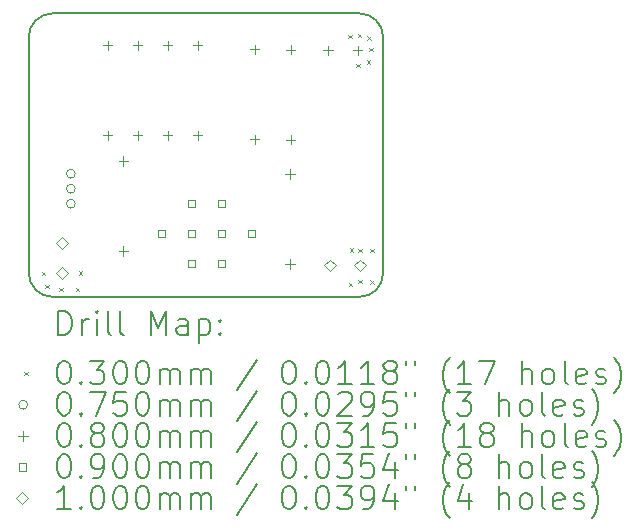
<source format=gbr>
%TF.GenerationSoftware,KiCad,Pcbnew,8.0.5*%
%TF.CreationDate,2025-07-29T10:24:36+02:00*%
%TF.ProjectId,LED_FADER,4c45445f-4641-4444-9552-2e6b69636164,rev?*%
%TF.SameCoordinates,Original*%
%TF.FileFunction,Drillmap*%
%TF.FilePolarity,Positive*%
%FSLAX45Y45*%
G04 Gerber Fmt 4.5, Leading zero omitted, Abs format (unit mm)*
G04 Created by KiCad (PCBNEW 8.0.5) date 2025-07-29 10:24:36*
%MOMM*%
%LPD*%
G01*
G04 APERTURE LIST*
%ADD10C,0.200000*%
%ADD11C,0.100000*%
G04 APERTURE END LIST*
D10*
X12238000Y-7796000D02*
G75*
G02*
X12438000Y-7596000I200000J0D01*
G01*
X12438000Y-7596000D02*
X15038000Y-7596000D01*
X12238000Y-9796000D02*
X12238000Y-7796000D01*
X15038000Y-9996000D02*
X12438000Y-9996000D01*
X15238000Y-9796000D02*
G75*
G02*
X15038000Y-9996000I-200000J0D01*
G01*
X15038000Y-7596000D02*
G75*
G02*
X15238000Y-7796000I0J-200000D01*
G01*
X12438000Y-9996000D02*
G75*
G02*
X12238000Y-9796000I0J200000D01*
G01*
X15238000Y-7796000D02*
X15238000Y-9796000D01*
D11*
X12348000Y-9782000D02*
X12378000Y-9812000D01*
X12378000Y-9782000D02*
X12348000Y-9812000D01*
X12376000Y-9893000D02*
X12406000Y-9923000D01*
X12406000Y-9893000D02*
X12376000Y-9923000D01*
X12497000Y-9920000D02*
X12527000Y-9950000D01*
X12527000Y-9920000D02*
X12497000Y-9950000D01*
X12637000Y-9918000D02*
X12667000Y-9948000D01*
X12667000Y-9918000D02*
X12637000Y-9948000D01*
X12662000Y-9781000D02*
X12692000Y-9811000D01*
X12692000Y-9781000D02*
X12662000Y-9811000D01*
X14942000Y-7778000D02*
X14972000Y-7808000D01*
X14972000Y-7778000D02*
X14942000Y-7808000D01*
X14946500Y-9875000D02*
X14976500Y-9905000D01*
X14976500Y-9875000D02*
X14946500Y-9905000D01*
X14956000Y-9583000D02*
X14986000Y-9613000D01*
X14986000Y-9583000D02*
X14956000Y-9613000D01*
X15009000Y-8021000D02*
X15039000Y-8051000D01*
X15039000Y-8021000D02*
X15009000Y-8051000D01*
X15022000Y-7769000D02*
X15052000Y-7799000D01*
X15052000Y-7769000D02*
X15022000Y-7799000D01*
X15027500Y-9853000D02*
X15057500Y-9883000D01*
X15057500Y-9853000D02*
X15027500Y-9883000D01*
X15029000Y-9587000D02*
X15059000Y-9617000D01*
X15059000Y-9587000D02*
X15029000Y-9617000D01*
X15100000Y-7994000D02*
X15130000Y-8024000D01*
X15130000Y-7994000D02*
X15100000Y-8024000D01*
X15105000Y-7791000D02*
X15135000Y-7821000D01*
X15135000Y-7791000D02*
X15105000Y-7821000D01*
X15120000Y-7887000D02*
X15150000Y-7917000D01*
X15150000Y-7887000D02*
X15120000Y-7917000D01*
X15128000Y-9587000D02*
X15158000Y-9617000D01*
X15158000Y-9587000D02*
X15128000Y-9617000D01*
X15130500Y-9855000D02*
X15160500Y-9885000D01*
X15160500Y-9855000D02*
X15130500Y-9885000D01*
X12631500Y-8954000D02*
G75*
G02*
X12556500Y-8954000I-37500J0D01*
G01*
X12556500Y-8954000D02*
G75*
G02*
X12631500Y-8954000I37500J0D01*
G01*
X12631500Y-9081000D02*
G75*
G02*
X12556500Y-9081000I-37500J0D01*
G01*
X12556500Y-9081000D02*
G75*
G02*
X12631500Y-9081000I37500J0D01*
G01*
X12631500Y-9208000D02*
G75*
G02*
X12556500Y-9208000I-37500J0D01*
G01*
X12556500Y-9208000D02*
G75*
G02*
X12631500Y-9208000I37500J0D01*
G01*
X12906000Y-7827000D02*
X12906000Y-7907000D01*
X12866000Y-7867000D02*
X12946000Y-7867000D01*
X12906000Y-8589000D02*
X12906000Y-8669000D01*
X12866000Y-8629000D02*
X12946000Y-8629000D01*
X13038000Y-8807000D02*
X13038000Y-8887000D01*
X12998000Y-8847000D02*
X13078000Y-8847000D01*
X13038000Y-9569000D02*
X13038000Y-9649000D01*
X12998000Y-9609000D02*
X13078000Y-9609000D01*
X13160000Y-7827000D02*
X13160000Y-7907000D01*
X13120000Y-7867000D02*
X13200000Y-7867000D01*
X13160000Y-8589000D02*
X13160000Y-8669000D01*
X13120000Y-8629000D02*
X13200000Y-8629000D01*
X13414000Y-7827000D02*
X13414000Y-7907000D01*
X13374000Y-7867000D02*
X13454000Y-7867000D01*
X13414000Y-8589000D02*
X13414000Y-8669000D01*
X13374000Y-8629000D02*
X13454000Y-8629000D01*
X13668000Y-7827000D02*
X13668000Y-7907000D01*
X13628000Y-7867000D02*
X13708000Y-7867000D01*
X13668000Y-8589000D02*
X13668000Y-8669000D01*
X13628000Y-8629000D02*
X13708000Y-8629000D01*
X14151000Y-7861000D02*
X14151000Y-7941000D01*
X14111000Y-7901000D02*
X14191000Y-7901000D01*
X14151000Y-8623000D02*
X14151000Y-8703000D01*
X14111000Y-8663000D02*
X14191000Y-8663000D01*
X14451000Y-8916000D02*
X14451000Y-8996000D01*
X14411000Y-8956000D02*
X14491000Y-8956000D01*
X14451000Y-9678000D02*
X14451000Y-9758000D01*
X14411000Y-9718000D02*
X14491000Y-9718000D01*
X14455000Y-7864000D02*
X14455000Y-7944000D01*
X14415000Y-7904000D02*
X14495000Y-7904000D01*
X14455000Y-8626000D02*
X14455000Y-8706000D01*
X14415000Y-8666000D02*
X14495000Y-8666000D01*
X14772000Y-7869000D02*
X14772000Y-7949000D01*
X14732000Y-7909000D02*
X14812000Y-7909000D01*
X15022000Y-7869000D02*
X15022000Y-7949000D01*
X14982000Y-7909000D02*
X15062000Y-7909000D01*
X13393320Y-9492820D02*
X13393320Y-9429180D01*
X13329680Y-9429180D01*
X13329680Y-9492820D01*
X13393320Y-9492820D01*
X13647320Y-9238820D02*
X13647320Y-9175180D01*
X13583680Y-9175180D01*
X13583680Y-9238820D01*
X13647320Y-9238820D01*
X13647320Y-9492820D02*
X13647320Y-9429180D01*
X13583680Y-9429180D01*
X13583680Y-9492820D01*
X13647320Y-9492820D01*
X13647320Y-9746820D02*
X13647320Y-9683180D01*
X13583680Y-9683180D01*
X13583680Y-9746820D01*
X13647320Y-9746820D01*
X13901320Y-9238820D02*
X13901320Y-9175180D01*
X13837680Y-9175180D01*
X13837680Y-9238820D01*
X13901320Y-9238820D01*
X13901320Y-9492820D02*
X13901320Y-9429180D01*
X13837680Y-9429180D01*
X13837680Y-9492820D01*
X13901320Y-9492820D01*
X13901320Y-9746820D02*
X13901320Y-9683180D01*
X13837680Y-9683180D01*
X13837680Y-9746820D01*
X13901320Y-9746820D01*
X14155320Y-9492820D02*
X14155320Y-9429180D01*
X14091680Y-9429180D01*
X14091680Y-9492820D01*
X14155320Y-9492820D01*
X12520000Y-9587500D02*
X12570000Y-9537500D01*
X12520000Y-9487500D01*
X12470000Y-9537500D01*
X12520000Y-9587500D01*
X12520000Y-9841500D02*
X12570000Y-9791500D01*
X12520000Y-9741500D01*
X12470000Y-9791500D01*
X12520000Y-9841500D01*
X14788000Y-9780000D02*
X14838000Y-9730000D01*
X14788000Y-9680000D01*
X14738000Y-9730000D01*
X14788000Y-9780000D01*
X15042000Y-9780000D02*
X15092000Y-9730000D01*
X15042000Y-9680000D01*
X14992000Y-9730000D01*
X15042000Y-9780000D01*
D10*
X12488777Y-10317484D02*
X12488777Y-10117484D01*
X12488777Y-10117484D02*
X12536396Y-10117484D01*
X12536396Y-10117484D02*
X12564967Y-10127008D01*
X12564967Y-10127008D02*
X12584015Y-10146055D01*
X12584015Y-10146055D02*
X12593539Y-10165103D01*
X12593539Y-10165103D02*
X12603062Y-10203198D01*
X12603062Y-10203198D02*
X12603062Y-10231770D01*
X12603062Y-10231770D02*
X12593539Y-10269865D01*
X12593539Y-10269865D02*
X12584015Y-10288912D01*
X12584015Y-10288912D02*
X12564967Y-10307960D01*
X12564967Y-10307960D02*
X12536396Y-10317484D01*
X12536396Y-10317484D02*
X12488777Y-10317484D01*
X12688777Y-10317484D02*
X12688777Y-10184150D01*
X12688777Y-10222246D02*
X12698301Y-10203198D01*
X12698301Y-10203198D02*
X12707824Y-10193674D01*
X12707824Y-10193674D02*
X12726872Y-10184150D01*
X12726872Y-10184150D02*
X12745920Y-10184150D01*
X12812586Y-10317484D02*
X12812586Y-10184150D01*
X12812586Y-10117484D02*
X12803062Y-10127008D01*
X12803062Y-10127008D02*
X12812586Y-10136531D01*
X12812586Y-10136531D02*
X12822110Y-10127008D01*
X12822110Y-10127008D02*
X12812586Y-10117484D01*
X12812586Y-10117484D02*
X12812586Y-10136531D01*
X12936396Y-10317484D02*
X12917348Y-10307960D01*
X12917348Y-10307960D02*
X12907824Y-10288912D01*
X12907824Y-10288912D02*
X12907824Y-10117484D01*
X13041158Y-10317484D02*
X13022110Y-10307960D01*
X13022110Y-10307960D02*
X13012586Y-10288912D01*
X13012586Y-10288912D02*
X13012586Y-10117484D01*
X13269729Y-10317484D02*
X13269729Y-10117484D01*
X13269729Y-10117484D02*
X13336396Y-10260341D01*
X13336396Y-10260341D02*
X13403062Y-10117484D01*
X13403062Y-10117484D02*
X13403062Y-10317484D01*
X13584015Y-10317484D02*
X13584015Y-10212722D01*
X13584015Y-10212722D02*
X13574491Y-10193674D01*
X13574491Y-10193674D02*
X13555443Y-10184150D01*
X13555443Y-10184150D02*
X13517348Y-10184150D01*
X13517348Y-10184150D02*
X13498301Y-10193674D01*
X13584015Y-10307960D02*
X13564967Y-10317484D01*
X13564967Y-10317484D02*
X13517348Y-10317484D01*
X13517348Y-10317484D02*
X13498301Y-10307960D01*
X13498301Y-10307960D02*
X13488777Y-10288912D01*
X13488777Y-10288912D02*
X13488777Y-10269865D01*
X13488777Y-10269865D02*
X13498301Y-10250817D01*
X13498301Y-10250817D02*
X13517348Y-10241293D01*
X13517348Y-10241293D02*
X13564967Y-10241293D01*
X13564967Y-10241293D02*
X13584015Y-10231770D01*
X13679253Y-10184150D02*
X13679253Y-10384150D01*
X13679253Y-10193674D02*
X13698301Y-10184150D01*
X13698301Y-10184150D02*
X13736396Y-10184150D01*
X13736396Y-10184150D02*
X13755443Y-10193674D01*
X13755443Y-10193674D02*
X13764967Y-10203198D01*
X13764967Y-10203198D02*
X13774491Y-10222246D01*
X13774491Y-10222246D02*
X13774491Y-10279389D01*
X13774491Y-10279389D02*
X13764967Y-10298436D01*
X13764967Y-10298436D02*
X13755443Y-10307960D01*
X13755443Y-10307960D02*
X13736396Y-10317484D01*
X13736396Y-10317484D02*
X13698301Y-10317484D01*
X13698301Y-10317484D02*
X13679253Y-10307960D01*
X13860205Y-10298436D02*
X13869729Y-10307960D01*
X13869729Y-10307960D02*
X13860205Y-10317484D01*
X13860205Y-10317484D02*
X13850682Y-10307960D01*
X13850682Y-10307960D02*
X13860205Y-10298436D01*
X13860205Y-10298436D02*
X13860205Y-10317484D01*
X13860205Y-10193674D02*
X13869729Y-10203198D01*
X13869729Y-10203198D02*
X13860205Y-10212722D01*
X13860205Y-10212722D02*
X13850682Y-10203198D01*
X13850682Y-10203198D02*
X13860205Y-10193674D01*
X13860205Y-10193674D02*
X13860205Y-10212722D01*
D11*
X12198000Y-10631000D02*
X12228000Y-10661000D01*
X12228000Y-10631000D02*
X12198000Y-10661000D01*
D10*
X12526872Y-10537484D02*
X12545920Y-10537484D01*
X12545920Y-10537484D02*
X12564967Y-10547008D01*
X12564967Y-10547008D02*
X12574491Y-10556531D01*
X12574491Y-10556531D02*
X12584015Y-10575579D01*
X12584015Y-10575579D02*
X12593539Y-10613674D01*
X12593539Y-10613674D02*
X12593539Y-10661293D01*
X12593539Y-10661293D02*
X12584015Y-10699389D01*
X12584015Y-10699389D02*
X12574491Y-10718436D01*
X12574491Y-10718436D02*
X12564967Y-10727960D01*
X12564967Y-10727960D02*
X12545920Y-10737484D01*
X12545920Y-10737484D02*
X12526872Y-10737484D01*
X12526872Y-10737484D02*
X12507824Y-10727960D01*
X12507824Y-10727960D02*
X12498301Y-10718436D01*
X12498301Y-10718436D02*
X12488777Y-10699389D01*
X12488777Y-10699389D02*
X12479253Y-10661293D01*
X12479253Y-10661293D02*
X12479253Y-10613674D01*
X12479253Y-10613674D02*
X12488777Y-10575579D01*
X12488777Y-10575579D02*
X12498301Y-10556531D01*
X12498301Y-10556531D02*
X12507824Y-10547008D01*
X12507824Y-10547008D02*
X12526872Y-10537484D01*
X12679253Y-10718436D02*
X12688777Y-10727960D01*
X12688777Y-10727960D02*
X12679253Y-10737484D01*
X12679253Y-10737484D02*
X12669729Y-10727960D01*
X12669729Y-10727960D02*
X12679253Y-10718436D01*
X12679253Y-10718436D02*
X12679253Y-10737484D01*
X12755443Y-10537484D02*
X12879253Y-10537484D01*
X12879253Y-10537484D02*
X12812586Y-10613674D01*
X12812586Y-10613674D02*
X12841158Y-10613674D01*
X12841158Y-10613674D02*
X12860205Y-10623198D01*
X12860205Y-10623198D02*
X12869729Y-10632722D01*
X12869729Y-10632722D02*
X12879253Y-10651770D01*
X12879253Y-10651770D02*
X12879253Y-10699389D01*
X12879253Y-10699389D02*
X12869729Y-10718436D01*
X12869729Y-10718436D02*
X12860205Y-10727960D01*
X12860205Y-10727960D02*
X12841158Y-10737484D01*
X12841158Y-10737484D02*
X12784015Y-10737484D01*
X12784015Y-10737484D02*
X12764967Y-10727960D01*
X12764967Y-10727960D02*
X12755443Y-10718436D01*
X13003062Y-10537484D02*
X13022110Y-10537484D01*
X13022110Y-10537484D02*
X13041158Y-10547008D01*
X13041158Y-10547008D02*
X13050682Y-10556531D01*
X13050682Y-10556531D02*
X13060205Y-10575579D01*
X13060205Y-10575579D02*
X13069729Y-10613674D01*
X13069729Y-10613674D02*
X13069729Y-10661293D01*
X13069729Y-10661293D02*
X13060205Y-10699389D01*
X13060205Y-10699389D02*
X13050682Y-10718436D01*
X13050682Y-10718436D02*
X13041158Y-10727960D01*
X13041158Y-10727960D02*
X13022110Y-10737484D01*
X13022110Y-10737484D02*
X13003062Y-10737484D01*
X13003062Y-10737484D02*
X12984015Y-10727960D01*
X12984015Y-10727960D02*
X12974491Y-10718436D01*
X12974491Y-10718436D02*
X12964967Y-10699389D01*
X12964967Y-10699389D02*
X12955443Y-10661293D01*
X12955443Y-10661293D02*
X12955443Y-10613674D01*
X12955443Y-10613674D02*
X12964967Y-10575579D01*
X12964967Y-10575579D02*
X12974491Y-10556531D01*
X12974491Y-10556531D02*
X12984015Y-10547008D01*
X12984015Y-10547008D02*
X13003062Y-10537484D01*
X13193539Y-10537484D02*
X13212586Y-10537484D01*
X13212586Y-10537484D02*
X13231634Y-10547008D01*
X13231634Y-10547008D02*
X13241158Y-10556531D01*
X13241158Y-10556531D02*
X13250682Y-10575579D01*
X13250682Y-10575579D02*
X13260205Y-10613674D01*
X13260205Y-10613674D02*
X13260205Y-10661293D01*
X13260205Y-10661293D02*
X13250682Y-10699389D01*
X13250682Y-10699389D02*
X13241158Y-10718436D01*
X13241158Y-10718436D02*
X13231634Y-10727960D01*
X13231634Y-10727960D02*
X13212586Y-10737484D01*
X13212586Y-10737484D02*
X13193539Y-10737484D01*
X13193539Y-10737484D02*
X13174491Y-10727960D01*
X13174491Y-10727960D02*
X13164967Y-10718436D01*
X13164967Y-10718436D02*
X13155443Y-10699389D01*
X13155443Y-10699389D02*
X13145920Y-10661293D01*
X13145920Y-10661293D02*
X13145920Y-10613674D01*
X13145920Y-10613674D02*
X13155443Y-10575579D01*
X13155443Y-10575579D02*
X13164967Y-10556531D01*
X13164967Y-10556531D02*
X13174491Y-10547008D01*
X13174491Y-10547008D02*
X13193539Y-10537484D01*
X13345920Y-10737484D02*
X13345920Y-10604150D01*
X13345920Y-10623198D02*
X13355443Y-10613674D01*
X13355443Y-10613674D02*
X13374491Y-10604150D01*
X13374491Y-10604150D02*
X13403063Y-10604150D01*
X13403063Y-10604150D02*
X13422110Y-10613674D01*
X13422110Y-10613674D02*
X13431634Y-10632722D01*
X13431634Y-10632722D02*
X13431634Y-10737484D01*
X13431634Y-10632722D02*
X13441158Y-10613674D01*
X13441158Y-10613674D02*
X13460205Y-10604150D01*
X13460205Y-10604150D02*
X13488777Y-10604150D01*
X13488777Y-10604150D02*
X13507824Y-10613674D01*
X13507824Y-10613674D02*
X13517348Y-10632722D01*
X13517348Y-10632722D02*
X13517348Y-10737484D01*
X13612586Y-10737484D02*
X13612586Y-10604150D01*
X13612586Y-10623198D02*
X13622110Y-10613674D01*
X13622110Y-10613674D02*
X13641158Y-10604150D01*
X13641158Y-10604150D02*
X13669729Y-10604150D01*
X13669729Y-10604150D02*
X13688777Y-10613674D01*
X13688777Y-10613674D02*
X13698301Y-10632722D01*
X13698301Y-10632722D02*
X13698301Y-10737484D01*
X13698301Y-10632722D02*
X13707824Y-10613674D01*
X13707824Y-10613674D02*
X13726872Y-10604150D01*
X13726872Y-10604150D02*
X13755443Y-10604150D01*
X13755443Y-10604150D02*
X13774491Y-10613674D01*
X13774491Y-10613674D02*
X13784015Y-10632722D01*
X13784015Y-10632722D02*
X13784015Y-10737484D01*
X14174491Y-10527960D02*
X14003063Y-10785103D01*
X14431634Y-10537484D02*
X14450682Y-10537484D01*
X14450682Y-10537484D02*
X14469729Y-10547008D01*
X14469729Y-10547008D02*
X14479253Y-10556531D01*
X14479253Y-10556531D02*
X14488777Y-10575579D01*
X14488777Y-10575579D02*
X14498301Y-10613674D01*
X14498301Y-10613674D02*
X14498301Y-10661293D01*
X14498301Y-10661293D02*
X14488777Y-10699389D01*
X14488777Y-10699389D02*
X14479253Y-10718436D01*
X14479253Y-10718436D02*
X14469729Y-10727960D01*
X14469729Y-10727960D02*
X14450682Y-10737484D01*
X14450682Y-10737484D02*
X14431634Y-10737484D01*
X14431634Y-10737484D02*
X14412586Y-10727960D01*
X14412586Y-10727960D02*
X14403063Y-10718436D01*
X14403063Y-10718436D02*
X14393539Y-10699389D01*
X14393539Y-10699389D02*
X14384015Y-10661293D01*
X14384015Y-10661293D02*
X14384015Y-10613674D01*
X14384015Y-10613674D02*
X14393539Y-10575579D01*
X14393539Y-10575579D02*
X14403063Y-10556531D01*
X14403063Y-10556531D02*
X14412586Y-10547008D01*
X14412586Y-10547008D02*
X14431634Y-10537484D01*
X14584015Y-10718436D02*
X14593539Y-10727960D01*
X14593539Y-10727960D02*
X14584015Y-10737484D01*
X14584015Y-10737484D02*
X14574491Y-10727960D01*
X14574491Y-10727960D02*
X14584015Y-10718436D01*
X14584015Y-10718436D02*
X14584015Y-10737484D01*
X14717348Y-10537484D02*
X14736396Y-10537484D01*
X14736396Y-10537484D02*
X14755444Y-10547008D01*
X14755444Y-10547008D02*
X14764967Y-10556531D01*
X14764967Y-10556531D02*
X14774491Y-10575579D01*
X14774491Y-10575579D02*
X14784015Y-10613674D01*
X14784015Y-10613674D02*
X14784015Y-10661293D01*
X14784015Y-10661293D02*
X14774491Y-10699389D01*
X14774491Y-10699389D02*
X14764967Y-10718436D01*
X14764967Y-10718436D02*
X14755444Y-10727960D01*
X14755444Y-10727960D02*
X14736396Y-10737484D01*
X14736396Y-10737484D02*
X14717348Y-10737484D01*
X14717348Y-10737484D02*
X14698301Y-10727960D01*
X14698301Y-10727960D02*
X14688777Y-10718436D01*
X14688777Y-10718436D02*
X14679253Y-10699389D01*
X14679253Y-10699389D02*
X14669729Y-10661293D01*
X14669729Y-10661293D02*
X14669729Y-10613674D01*
X14669729Y-10613674D02*
X14679253Y-10575579D01*
X14679253Y-10575579D02*
X14688777Y-10556531D01*
X14688777Y-10556531D02*
X14698301Y-10547008D01*
X14698301Y-10547008D02*
X14717348Y-10537484D01*
X14974491Y-10737484D02*
X14860206Y-10737484D01*
X14917348Y-10737484D02*
X14917348Y-10537484D01*
X14917348Y-10537484D02*
X14898301Y-10566055D01*
X14898301Y-10566055D02*
X14879253Y-10585103D01*
X14879253Y-10585103D02*
X14860206Y-10594627D01*
X15164967Y-10737484D02*
X15050682Y-10737484D01*
X15107825Y-10737484D02*
X15107825Y-10537484D01*
X15107825Y-10537484D02*
X15088777Y-10566055D01*
X15088777Y-10566055D02*
X15069729Y-10585103D01*
X15069729Y-10585103D02*
X15050682Y-10594627D01*
X15279253Y-10623198D02*
X15260206Y-10613674D01*
X15260206Y-10613674D02*
X15250682Y-10604150D01*
X15250682Y-10604150D02*
X15241158Y-10585103D01*
X15241158Y-10585103D02*
X15241158Y-10575579D01*
X15241158Y-10575579D02*
X15250682Y-10556531D01*
X15250682Y-10556531D02*
X15260206Y-10547008D01*
X15260206Y-10547008D02*
X15279253Y-10537484D01*
X15279253Y-10537484D02*
X15317348Y-10537484D01*
X15317348Y-10537484D02*
X15336396Y-10547008D01*
X15336396Y-10547008D02*
X15345920Y-10556531D01*
X15345920Y-10556531D02*
X15355444Y-10575579D01*
X15355444Y-10575579D02*
X15355444Y-10585103D01*
X15355444Y-10585103D02*
X15345920Y-10604150D01*
X15345920Y-10604150D02*
X15336396Y-10613674D01*
X15336396Y-10613674D02*
X15317348Y-10623198D01*
X15317348Y-10623198D02*
X15279253Y-10623198D01*
X15279253Y-10623198D02*
X15260206Y-10632722D01*
X15260206Y-10632722D02*
X15250682Y-10642246D01*
X15250682Y-10642246D02*
X15241158Y-10661293D01*
X15241158Y-10661293D02*
X15241158Y-10699389D01*
X15241158Y-10699389D02*
X15250682Y-10718436D01*
X15250682Y-10718436D02*
X15260206Y-10727960D01*
X15260206Y-10727960D02*
X15279253Y-10737484D01*
X15279253Y-10737484D02*
X15317348Y-10737484D01*
X15317348Y-10737484D02*
X15336396Y-10727960D01*
X15336396Y-10727960D02*
X15345920Y-10718436D01*
X15345920Y-10718436D02*
X15355444Y-10699389D01*
X15355444Y-10699389D02*
X15355444Y-10661293D01*
X15355444Y-10661293D02*
X15345920Y-10642246D01*
X15345920Y-10642246D02*
X15336396Y-10632722D01*
X15336396Y-10632722D02*
X15317348Y-10623198D01*
X15431634Y-10537484D02*
X15431634Y-10575579D01*
X15507825Y-10537484D02*
X15507825Y-10575579D01*
X15803063Y-10813674D02*
X15793539Y-10804150D01*
X15793539Y-10804150D02*
X15774491Y-10775579D01*
X15774491Y-10775579D02*
X15764968Y-10756531D01*
X15764968Y-10756531D02*
X15755444Y-10727960D01*
X15755444Y-10727960D02*
X15745920Y-10680341D01*
X15745920Y-10680341D02*
X15745920Y-10642246D01*
X15745920Y-10642246D02*
X15755444Y-10594627D01*
X15755444Y-10594627D02*
X15764968Y-10566055D01*
X15764968Y-10566055D02*
X15774491Y-10547008D01*
X15774491Y-10547008D02*
X15793539Y-10518436D01*
X15793539Y-10518436D02*
X15803063Y-10508912D01*
X15984015Y-10737484D02*
X15869729Y-10737484D01*
X15926872Y-10737484D02*
X15926872Y-10537484D01*
X15926872Y-10537484D02*
X15907825Y-10566055D01*
X15907825Y-10566055D02*
X15888777Y-10585103D01*
X15888777Y-10585103D02*
X15869729Y-10594627D01*
X16050682Y-10537484D02*
X16184015Y-10537484D01*
X16184015Y-10537484D02*
X16098301Y-10737484D01*
X16412587Y-10737484D02*
X16412587Y-10537484D01*
X16498301Y-10737484D02*
X16498301Y-10632722D01*
X16498301Y-10632722D02*
X16488777Y-10613674D01*
X16488777Y-10613674D02*
X16469730Y-10604150D01*
X16469730Y-10604150D02*
X16441158Y-10604150D01*
X16441158Y-10604150D02*
X16422110Y-10613674D01*
X16422110Y-10613674D02*
X16412587Y-10623198D01*
X16622110Y-10737484D02*
X16603063Y-10727960D01*
X16603063Y-10727960D02*
X16593539Y-10718436D01*
X16593539Y-10718436D02*
X16584015Y-10699389D01*
X16584015Y-10699389D02*
X16584015Y-10642246D01*
X16584015Y-10642246D02*
X16593539Y-10623198D01*
X16593539Y-10623198D02*
X16603063Y-10613674D01*
X16603063Y-10613674D02*
X16622110Y-10604150D01*
X16622110Y-10604150D02*
X16650682Y-10604150D01*
X16650682Y-10604150D02*
X16669730Y-10613674D01*
X16669730Y-10613674D02*
X16679253Y-10623198D01*
X16679253Y-10623198D02*
X16688777Y-10642246D01*
X16688777Y-10642246D02*
X16688777Y-10699389D01*
X16688777Y-10699389D02*
X16679253Y-10718436D01*
X16679253Y-10718436D02*
X16669730Y-10727960D01*
X16669730Y-10727960D02*
X16650682Y-10737484D01*
X16650682Y-10737484D02*
X16622110Y-10737484D01*
X16803063Y-10737484D02*
X16784015Y-10727960D01*
X16784015Y-10727960D02*
X16774491Y-10708912D01*
X16774491Y-10708912D02*
X16774491Y-10537484D01*
X16955444Y-10727960D02*
X16936396Y-10737484D01*
X16936396Y-10737484D02*
X16898301Y-10737484D01*
X16898301Y-10737484D02*
X16879253Y-10727960D01*
X16879253Y-10727960D02*
X16869730Y-10708912D01*
X16869730Y-10708912D02*
X16869730Y-10632722D01*
X16869730Y-10632722D02*
X16879253Y-10613674D01*
X16879253Y-10613674D02*
X16898301Y-10604150D01*
X16898301Y-10604150D02*
X16936396Y-10604150D01*
X16936396Y-10604150D02*
X16955444Y-10613674D01*
X16955444Y-10613674D02*
X16964968Y-10632722D01*
X16964968Y-10632722D02*
X16964968Y-10651770D01*
X16964968Y-10651770D02*
X16869730Y-10670817D01*
X17041158Y-10727960D02*
X17060206Y-10737484D01*
X17060206Y-10737484D02*
X17098301Y-10737484D01*
X17098301Y-10737484D02*
X17117349Y-10727960D01*
X17117349Y-10727960D02*
X17126873Y-10708912D01*
X17126873Y-10708912D02*
X17126873Y-10699389D01*
X17126873Y-10699389D02*
X17117349Y-10680341D01*
X17117349Y-10680341D02*
X17098301Y-10670817D01*
X17098301Y-10670817D02*
X17069730Y-10670817D01*
X17069730Y-10670817D02*
X17050682Y-10661293D01*
X17050682Y-10661293D02*
X17041158Y-10642246D01*
X17041158Y-10642246D02*
X17041158Y-10632722D01*
X17041158Y-10632722D02*
X17050682Y-10613674D01*
X17050682Y-10613674D02*
X17069730Y-10604150D01*
X17069730Y-10604150D02*
X17098301Y-10604150D01*
X17098301Y-10604150D02*
X17117349Y-10613674D01*
X17193539Y-10813674D02*
X17203063Y-10804150D01*
X17203063Y-10804150D02*
X17222111Y-10775579D01*
X17222111Y-10775579D02*
X17231634Y-10756531D01*
X17231634Y-10756531D02*
X17241158Y-10727960D01*
X17241158Y-10727960D02*
X17250682Y-10680341D01*
X17250682Y-10680341D02*
X17250682Y-10642246D01*
X17250682Y-10642246D02*
X17241158Y-10594627D01*
X17241158Y-10594627D02*
X17231634Y-10566055D01*
X17231634Y-10566055D02*
X17222111Y-10547008D01*
X17222111Y-10547008D02*
X17203063Y-10518436D01*
X17203063Y-10518436D02*
X17193539Y-10508912D01*
D11*
X12228000Y-10910000D02*
G75*
G02*
X12153000Y-10910000I-37500J0D01*
G01*
X12153000Y-10910000D02*
G75*
G02*
X12228000Y-10910000I37500J0D01*
G01*
D10*
X12526872Y-10801484D02*
X12545920Y-10801484D01*
X12545920Y-10801484D02*
X12564967Y-10811008D01*
X12564967Y-10811008D02*
X12574491Y-10820531D01*
X12574491Y-10820531D02*
X12584015Y-10839579D01*
X12584015Y-10839579D02*
X12593539Y-10877674D01*
X12593539Y-10877674D02*
X12593539Y-10925293D01*
X12593539Y-10925293D02*
X12584015Y-10963389D01*
X12584015Y-10963389D02*
X12574491Y-10982436D01*
X12574491Y-10982436D02*
X12564967Y-10991960D01*
X12564967Y-10991960D02*
X12545920Y-11001484D01*
X12545920Y-11001484D02*
X12526872Y-11001484D01*
X12526872Y-11001484D02*
X12507824Y-10991960D01*
X12507824Y-10991960D02*
X12498301Y-10982436D01*
X12498301Y-10982436D02*
X12488777Y-10963389D01*
X12488777Y-10963389D02*
X12479253Y-10925293D01*
X12479253Y-10925293D02*
X12479253Y-10877674D01*
X12479253Y-10877674D02*
X12488777Y-10839579D01*
X12488777Y-10839579D02*
X12498301Y-10820531D01*
X12498301Y-10820531D02*
X12507824Y-10811008D01*
X12507824Y-10811008D02*
X12526872Y-10801484D01*
X12679253Y-10982436D02*
X12688777Y-10991960D01*
X12688777Y-10991960D02*
X12679253Y-11001484D01*
X12679253Y-11001484D02*
X12669729Y-10991960D01*
X12669729Y-10991960D02*
X12679253Y-10982436D01*
X12679253Y-10982436D02*
X12679253Y-11001484D01*
X12755443Y-10801484D02*
X12888777Y-10801484D01*
X12888777Y-10801484D02*
X12803062Y-11001484D01*
X13060205Y-10801484D02*
X12964967Y-10801484D01*
X12964967Y-10801484D02*
X12955443Y-10896722D01*
X12955443Y-10896722D02*
X12964967Y-10887198D01*
X12964967Y-10887198D02*
X12984015Y-10877674D01*
X12984015Y-10877674D02*
X13031634Y-10877674D01*
X13031634Y-10877674D02*
X13050682Y-10887198D01*
X13050682Y-10887198D02*
X13060205Y-10896722D01*
X13060205Y-10896722D02*
X13069729Y-10915770D01*
X13069729Y-10915770D02*
X13069729Y-10963389D01*
X13069729Y-10963389D02*
X13060205Y-10982436D01*
X13060205Y-10982436D02*
X13050682Y-10991960D01*
X13050682Y-10991960D02*
X13031634Y-11001484D01*
X13031634Y-11001484D02*
X12984015Y-11001484D01*
X12984015Y-11001484D02*
X12964967Y-10991960D01*
X12964967Y-10991960D02*
X12955443Y-10982436D01*
X13193539Y-10801484D02*
X13212586Y-10801484D01*
X13212586Y-10801484D02*
X13231634Y-10811008D01*
X13231634Y-10811008D02*
X13241158Y-10820531D01*
X13241158Y-10820531D02*
X13250682Y-10839579D01*
X13250682Y-10839579D02*
X13260205Y-10877674D01*
X13260205Y-10877674D02*
X13260205Y-10925293D01*
X13260205Y-10925293D02*
X13250682Y-10963389D01*
X13250682Y-10963389D02*
X13241158Y-10982436D01*
X13241158Y-10982436D02*
X13231634Y-10991960D01*
X13231634Y-10991960D02*
X13212586Y-11001484D01*
X13212586Y-11001484D02*
X13193539Y-11001484D01*
X13193539Y-11001484D02*
X13174491Y-10991960D01*
X13174491Y-10991960D02*
X13164967Y-10982436D01*
X13164967Y-10982436D02*
X13155443Y-10963389D01*
X13155443Y-10963389D02*
X13145920Y-10925293D01*
X13145920Y-10925293D02*
X13145920Y-10877674D01*
X13145920Y-10877674D02*
X13155443Y-10839579D01*
X13155443Y-10839579D02*
X13164967Y-10820531D01*
X13164967Y-10820531D02*
X13174491Y-10811008D01*
X13174491Y-10811008D02*
X13193539Y-10801484D01*
X13345920Y-11001484D02*
X13345920Y-10868150D01*
X13345920Y-10887198D02*
X13355443Y-10877674D01*
X13355443Y-10877674D02*
X13374491Y-10868150D01*
X13374491Y-10868150D02*
X13403063Y-10868150D01*
X13403063Y-10868150D02*
X13422110Y-10877674D01*
X13422110Y-10877674D02*
X13431634Y-10896722D01*
X13431634Y-10896722D02*
X13431634Y-11001484D01*
X13431634Y-10896722D02*
X13441158Y-10877674D01*
X13441158Y-10877674D02*
X13460205Y-10868150D01*
X13460205Y-10868150D02*
X13488777Y-10868150D01*
X13488777Y-10868150D02*
X13507824Y-10877674D01*
X13507824Y-10877674D02*
X13517348Y-10896722D01*
X13517348Y-10896722D02*
X13517348Y-11001484D01*
X13612586Y-11001484D02*
X13612586Y-10868150D01*
X13612586Y-10887198D02*
X13622110Y-10877674D01*
X13622110Y-10877674D02*
X13641158Y-10868150D01*
X13641158Y-10868150D02*
X13669729Y-10868150D01*
X13669729Y-10868150D02*
X13688777Y-10877674D01*
X13688777Y-10877674D02*
X13698301Y-10896722D01*
X13698301Y-10896722D02*
X13698301Y-11001484D01*
X13698301Y-10896722D02*
X13707824Y-10877674D01*
X13707824Y-10877674D02*
X13726872Y-10868150D01*
X13726872Y-10868150D02*
X13755443Y-10868150D01*
X13755443Y-10868150D02*
X13774491Y-10877674D01*
X13774491Y-10877674D02*
X13784015Y-10896722D01*
X13784015Y-10896722D02*
X13784015Y-11001484D01*
X14174491Y-10791960D02*
X14003063Y-11049103D01*
X14431634Y-10801484D02*
X14450682Y-10801484D01*
X14450682Y-10801484D02*
X14469729Y-10811008D01*
X14469729Y-10811008D02*
X14479253Y-10820531D01*
X14479253Y-10820531D02*
X14488777Y-10839579D01*
X14488777Y-10839579D02*
X14498301Y-10877674D01*
X14498301Y-10877674D02*
X14498301Y-10925293D01*
X14498301Y-10925293D02*
X14488777Y-10963389D01*
X14488777Y-10963389D02*
X14479253Y-10982436D01*
X14479253Y-10982436D02*
X14469729Y-10991960D01*
X14469729Y-10991960D02*
X14450682Y-11001484D01*
X14450682Y-11001484D02*
X14431634Y-11001484D01*
X14431634Y-11001484D02*
X14412586Y-10991960D01*
X14412586Y-10991960D02*
X14403063Y-10982436D01*
X14403063Y-10982436D02*
X14393539Y-10963389D01*
X14393539Y-10963389D02*
X14384015Y-10925293D01*
X14384015Y-10925293D02*
X14384015Y-10877674D01*
X14384015Y-10877674D02*
X14393539Y-10839579D01*
X14393539Y-10839579D02*
X14403063Y-10820531D01*
X14403063Y-10820531D02*
X14412586Y-10811008D01*
X14412586Y-10811008D02*
X14431634Y-10801484D01*
X14584015Y-10982436D02*
X14593539Y-10991960D01*
X14593539Y-10991960D02*
X14584015Y-11001484D01*
X14584015Y-11001484D02*
X14574491Y-10991960D01*
X14574491Y-10991960D02*
X14584015Y-10982436D01*
X14584015Y-10982436D02*
X14584015Y-11001484D01*
X14717348Y-10801484D02*
X14736396Y-10801484D01*
X14736396Y-10801484D02*
X14755444Y-10811008D01*
X14755444Y-10811008D02*
X14764967Y-10820531D01*
X14764967Y-10820531D02*
X14774491Y-10839579D01*
X14774491Y-10839579D02*
X14784015Y-10877674D01*
X14784015Y-10877674D02*
X14784015Y-10925293D01*
X14784015Y-10925293D02*
X14774491Y-10963389D01*
X14774491Y-10963389D02*
X14764967Y-10982436D01*
X14764967Y-10982436D02*
X14755444Y-10991960D01*
X14755444Y-10991960D02*
X14736396Y-11001484D01*
X14736396Y-11001484D02*
X14717348Y-11001484D01*
X14717348Y-11001484D02*
X14698301Y-10991960D01*
X14698301Y-10991960D02*
X14688777Y-10982436D01*
X14688777Y-10982436D02*
X14679253Y-10963389D01*
X14679253Y-10963389D02*
X14669729Y-10925293D01*
X14669729Y-10925293D02*
X14669729Y-10877674D01*
X14669729Y-10877674D02*
X14679253Y-10839579D01*
X14679253Y-10839579D02*
X14688777Y-10820531D01*
X14688777Y-10820531D02*
X14698301Y-10811008D01*
X14698301Y-10811008D02*
X14717348Y-10801484D01*
X14860206Y-10820531D02*
X14869729Y-10811008D01*
X14869729Y-10811008D02*
X14888777Y-10801484D01*
X14888777Y-10801484D02*
X14936396Y-10801484D01*
X14936396Y-10801484D02*
X14955444Y-10811008D01*
X14955444Y-10811008D02*
X14964967Y-10820531D01*
X14964967Y-10820531D02*
X14974491Y-10839579D01*
X14974491Y-10839579D02*
X14974491Y-10858627D01*
X14974491Y-10858627D02*
X14964967Y-10887198D01*
X14964967Y-10887198D02*
X14850682Y-11001484D01*
X14850682Y-11001484D02*
X14974491Y-11001484D01*
X15069729Y-11001484D02*
X15107825Y-11001484D01*
X15107825Y-11001484D02*
X15126872Y-10991960D01*
X15126872Y-10991960D02*
X15136396Y-10982436D01*
X15136396Y-10982436D02*
X15155444Y-10953865D01*
X15155444Y-10953865D02*
X15164967Y-10915770D01*
X15164967Y-10915770D02*
X15164967Y-10839579D01*
X15164967Y-10839579D02*
X15155444Y-10820531D01*
X15155444Y-10820531D02*
X15145920Y-10811008D01*
X15145920Y-10811008D02*
X15126872Y-10801484D01*
X15126872Y-10801484D02*
X15088777Y-10801484D01*
X15088777Y-10801484D02*
X15069729Y-10811008D01*
X15069729Y-10811008D02*
X15060206Y-10820531D01*
X15060206Y-10820531D02*
X15050682Y-10839579D01*
X15050682Y-10839579D02*
X15050682Y-10887198D01*
X15050682Y-10887198D02*
X15060206Y-10906246D01*
X15060206Y-10906246D02*
X15069729Y-10915770D01*
X15069729Y-10915770D02*
X15088777Y-10925293D01*
X15088777Y-10925293D02*
X15126872Y-10925293D01*
X15126872Y-10925293D02*
X15145920Y-10915770D01*
X15145920Y-10915770D02*
X15155444Y-10906246D01*
X15155444Y-10906246D02*
X15164967Y-10887198D01*
X15345920Y-10801484D02*
X15250682Y-10801484D01*
X15250682Y-10801484D02*
X15241158Y-10896722D01*
X15241158Y-10896722D02*
X15250682Y-10887198D01*
X15250682Y-10887198D02*
X15269729Y-10877674D01*
X15269729Y-10877674D02*
X15317348Y-10877674D01*
X15317348Y-10877674D02*
X15336396Y-10887198D01*
X15336396Y-10887198D02*
X15345920Y-10896722D01*
X15345920Y-10896722D02*
X15355444Y-10915770D01*
X15355444Y-10915770D02*
X15355444Y-10963389D01*
X15355444Y-10963389D02*
X15345920Y-10982436D01*
X15345920Y-10982436D02*
X15336396Y-10991960D01*
X15336396Y-10991960D02*
X15317348Y-11001484D01*
X15317348Y-11001484D02*
X15269729Y-11001484D01*
X15269729Y-11001484D02*
X15250682Y-10991960D01*
X15250682Y-10991960D02*
X15241158Y-10982436D01*
X15431634Y-10801484D02*
X15431634Y-10839579D01*
X15507825Y-10801484D02*
X15507825Y-10839579D01*
X15803063Y-11077674D02*
X15793539Y-11068150D01*
X15793539Y-11068150D02*
X15774491Y-11039579D01*
X15774491Y-11039579D02*
X15764968Y-11020531D01*
X15764968Y-11020531D02*
X15755444Y-10991960D01*
X15755444Y-10991960D02*
X15745920Y-10944341D01*
X15745920Y-10944341D02*
X15745920Y-10906246D01*
X15745920Y-10906246D02*
X15755444Y-10858627D01*
X15755444Y-10858627D02*
X15764968Y-10830055D01*
X15764968Y-10830055D02*
X15774491Y-10811008D01*
X15774491Y-10811008D02*
X15793539Y-10782436D01*
X15793539Y-10782436D02*
X15803063Y-10772912D01*
X15860206Y-10801484D02*
X15984015Y-10801484D01*
X15984015Y-10801484D02*
X15917348Y-10877674D01*
X15917348Y-10877674D02*
X15945920Y-10877674D01*
X15945920Y-10877674D02*
X15964968Y-10887198D01*
X15964968Y-10887198D02*
X15974491Y-10896722D01*
X15974491Y-10896722D02*
X15984015Y-10915770D01*
X15984015Y-10915770D02*
X15984015Y-10963389D01*
X15984015Y-10963389D02*
X15974491Y-10982436D01*
X15974491Y-10982436D02*
X15964968Y-10991960D01*
X15964968Y-10991960D02*
X15945920Y-11001484D01*
X15945920Y-11001484D02*
X15888777Y-11001484D01*
X15888777Y-11001484D02*
X15869729Y-10991960D01*
X15869729Y-10991960D02*
X15860206Y-10982436D01*
X16222110Y-11001484D02*
X16222110Y-10801484D01*
X16307825Y-11001484D02*
X16307825Y-10896722D01*
X16307825Y-10896722D02*
X16298301Y-10877674D01*
X16298301Y-10877674D02*
X16279253Y-10868150D01*
X16279253Y-10868150D02*
X16250682Y-10868150D01*
X16250682Y-10868150D02*
X16231634Y-10877674D01*
X16231634Y-10877674D02*
X16222110Y-10887198D01*
X16431634Y-11001484D02*
X16412587Y-10991960D01*
X16412587Y-10991960D02*
X16403063Y-10982436D01*
X16403063Y-10982436D02*
X16393539Y-10963389D01*
X16393539Y-10963389D02*
X16393539Y-10906246D01*
X16393539Y-10906246D02*
X16403063Y-10887198D01*
X16403063Y-10887198D02*
X16412587Y-10877674D01*
X16412587Y-10877674D02*
X16431634Y-10868150D01*
X16431634Y-10868150D02*
X16460206Y-10868150D01*
X16460206Y-10868150D02*
X16479253Y-10877674D01*
X16479253Y-10877674D02*
X16488777Y-10887198D01*
X16488777Y-10887198D02*
X16498301Y-10906246D01*
X16498301Y-10906246D02*
X16498301Y-10963389D01*
X16498301Y-10963389D02*
X16488777Y-10982436D01*
X16488777Y-10982436D02*
X16479253Y-10991960D01*
X16479253Y-10991960D02*
X16460206Y-11001484D01*
X16460206Y-11001484D02*
X16431634Y-11001484D01*
X16612587Y-11001484D02*
X16593539Y-10991960D01*
X16593539Y-10991960D02*
X16584015Y-10972912D01*
X16584015Y-10972912D02*
X16584015Y-10801484D01*
X16764968Y-10991960D02*
X16745920Y-11001484D01*
X16745920Y-11001484D02*
X16707825Y-11001484D01*
X16707825Y-11001484D02*
X16688777Y-10991960D01*
X16688777Y-10991960D02*
X16679253Y-10972912D01*
X16679253Y-10972912D02*
X16679253Y-10896722D01*
X16679253Y-10896722D02*
X16688777Y-10877674D01*
X16688777Y-10877674D02*
X16707825Y-10868150D01*
X16707825Y-10868150D02*
X16745920Y-10868150D01*
X16745920Y-10868150D02*
X16764968Y-10877674D01*
X16764968Y-10877674D02*
X16774491Y-10896722D01*
X16774491Y-10896722D02*
X16774491Y-10915770D01*
X16774491Y-10915770D02*
X16679253Y-10934817D01*
X16850682Y-10991960D02*
X16869730Y-11001484D01*
X16869730Y-11001484D02*
X16907825Y-11001484D01*
X16907825Y-11001484D02*
X16926873Y-10991960D01*
X16926873Y-10991960D02*
X16936396Y-10972912D01*
X16936396Y-10972912D02*
X16936396Y-10963389D01*
X16936396Y-10963389D02*
X16926873Y-10944341D01*
X16926873Y-10944341D02*
X16907825Y-10934817D01*
X16907825Y-10934817D02*
X16879253Y-10934817D01*
X16879253Y-10934817D02*
X16860206Y-10925293D01*
X16860206Y-10925293D02*
X16850682Y-10906246D01*
X16850682Y-10906246D02*
X16850682Y-10896722D01*
X16850682Y-10896722D02*
X16860206Y-10877674D01*
X16860206Y-10877674D02*
X16879253Y-10868150D01*
X16879253Y-10868150D02*
X16907825Y-10868150D01*
X16907825Y-10868150D02*
X16926873Y-10877674D01*
X17003063Y-11077674D02*
X17012587Y-11068150D01*
X17012587Y-11068150D02*
X17031634Y-11039579D01*
X17031634Y-11039579D02*
X17041158Y-11020531D01*
X17041158Y-11020531D02*
X17050682Y-10991960D01*
X17050682Y-10991960D02*
X17060206Y-10944341D01*
X17060206Y-10944341D02*
X17060206Y-10906246D01*
X17060206Y-10906246D02*
X17050682Y-10858627D01*
X17050682Y-10858627D02*
X17041158Y-10830055D01*
X17041158Y-10830055D02*
X17031634Y-10811008D01*
X17031634Y-10811008D02*
X17012587Y-10782436D01*
X17012587Y-10782436D02*
X17003063Y-10772912D01*
D11*
X12188000Y-11134000D02*
X12188000Y-11214000D01*
X12148000Y-11174000D02*
X12228000Y-11174000D01*
D10*
X12526872Y-11065484D02*
X12545920Y-11065484D01*
X12545920Y-11065484D02*
X12564967Y-11075008D01*
X12564967Y-11075008D02*
X12574491Y-11084531D01*
X12574491Y-11084531D02*
X12584015Y-11103579D01*
X12584015Y-11103579D02*
X12593539Y-11141674D01*
X12593539Y-11141674D02*
X12593539Y-11189293D01*
X12593539Y-11189293D02*
X12584015Y-11227388D01*
X12584015Y-11227388D02*
X12574491Y-11246436D01*
X12574491Y-11246436D02*
X12564967Y-11255960D01*
X12564967Y-11255960D02*
X12545920Y-11265484D01*
X12545920Y-11265484D02*
X12526872Y-11265484D01*
X12526872Y-11265484D02*
X12507824Y-11255960D01*
X12507824Y-11255960D02*
X12498301Y-11246436D01*
X12498301Y-11246436D02*
X12488777Y-11227388D01*
X12488777Y-11227388D02*
X12479253Y-11189293D01*
X12479253Y-11189293D02*
X12479253Y-11141674D01*
X12479253Y-11141674D02*
X12488777Y-11103579D01*
X12488777Y-11103579D02*
X12498301Y-11084531D01*
X12498301Y-11084531D02*
X12507824Y-11075008D01*
X12507824Y-11075008D02*
X12526872Y-11065484D01*
X12679253Y-11246436D02*
X12688777Y-11255960D01*
X12688777Y-11255960D02*
X12679253Y-11265484D01*
X12679253Y-11265484D02*
X12669729Y-11255960D01*
X12669729Y-11255960D02*
X12679253Y-11246436D01*
X12679253Y-11246436D02*
X12679253Y-11265484D01*
X12803062Y-11151198D02*
X12784015Y-11141674D01*
X12784015Y-11141674D02*
X12774491Y-11132150D01*
X12774491Y-11132150D02*
X12764967Y-11113103D01*
X12764967Y-11113103D02*
X12764967Y-11103579D01*
X12764967Y-11103579D02*
X12774491Y-11084531D01*
X12774491Y-11084531D02*
X12784015Y-11075008D01*
X12784015Y-11075008D02*
X12803062Y-11065484D01*
X12803062Y-11065484D02*
X12841158Y-11065484D01*
X12841158Y-11065484D02*
X12860205Y-11075008D01*
X12860205Y-11075008D02*
X12869729Y-11084531D01*
X12869729Y-11084531D02*
X12879253Y-11103579D01*
X12879253Y-11103579D02*
X12879253Y-11113103D01*
X12879253Y-11113103D02*
X12869729Y-11132150D01*
X12869729Y-11132150D02*
X12860205Y-11141674D01*
X12860205Y-11141674D02*
X12841158Y-11151198D01*
X12841158Y-11151198D02*
X12803062Y-11151198D01*
X12803062Y-11151198D02*
X12784015Y-11160722D01*
X12784015Y-11160722D02*
X12774491Y-11170246D01*
X12774491Y-11170246D02*
X12764967Y-11189293D01*
X12764967Y-11189293D02*
X12764967Y-11227388D01*
X12764967Y-11227388D02*
X12774491Y-11246436D01*
X12774491Y-11246436D02*
X12784015Y-11255960D01*
X12784015Y-11255960D02*
X12803062Y-11265484D01*
X12803062Y-11265484D02*
X12841158Y-11265484D01*
X12841158Y-11265484D02*
X12860205Y-11255960D01*
X12860205Y-11255960D02*
X12869729Y-11246436D01*
X12869729Y-11246436D02*
X12879253Y-11227388D01*
X12879253Y-11227388D02*
X12879253Y-11189293D01*
X12879253Y-11189293D02*
X12869729Y-11170246D01*
X12869729Y-11170246D02*
X12860205Y-11160722D01*
X12860205Y-11160722D02*
X12841158Y-11151198D01*
X13003062Y-11065484D02*
X13022110Y-11065484D01*
X13022110Y-11065484D02*
X13041158Y-11075008D01*
X13041158Y-11075008D02*
X13050682Y-11084531D01*
X13050682Y-11084531D02*
X13060205Y-11103579D01*
X13060205Y-11103579D02*
X13069729Y-11141674D01*
X13069729Y-11141674D02*
X13069729Y-11189293D01*
X13069729Y-11189293D02*
X13060205Y-11227388D01*
X13060205Y-11227388D02*
X13050682Y-11246436D01*
X13050682Y-11246436D02*
X13041158Y-11255960D01*
X13041158Y-11255960D02*
X13022110Y-11265484D01*
X13022110Y-11265484D02*
X13003062Y-11265484D01*
X13003062Y-11265484D02*
X12984015Y-11255960D01*
X12984015Y-11255960D02*
X12974491Y-11246436D01*
X12974491Y-11246436D02*
X12964967Y-11227388D01*
X12964967Y-11227388D02*
X12955443Y-11189293D01*
X12955443Y-11189293D02*
X12955443Y-11141674D01*
X12955443Y-11141674D02*
X12964967Y-11103579D01*
X12964967Y-11103579D02*
X12974491Y-11084531D01*
X12974491Y-11084531D02*
X12984015Y-11075008D01*
X12984015Y-11075008D02*
X13003062Y-11065484D01*
X13193539Y-11065484D02*
X13212586Y-11065484D01*
X13212586Y-11065484D02*
X13231634Y-11075008D01*
X13231634Y-11075008D02*
X13241158Y-11084531D01*
X13241158Y-11084531D02*
X13250682Y-11103579D01*
X13250682Y-11103579D02*
X13260205Y-11141674D01*
X13260205Y-11141674D02*
X13260205Y-11189293D01*
X13260205Y-11189293D02*
X13250682Y-11227388D01*
X13250682Y-11227388D02*
X13241158Y-11246436D01*
X13241158Y-11246436D02*
X13231634Y-11255960D01*
X13231634Y-11255960D02*
X13212586Y-11265484D01*
X13212586Y-11265484D02*
X13193539Y-11265484D01*
X13193539Y-11265484D02*
X13174491Y-11255960D01*
X13174491Y-11255960D02*
X13164967Y-11246436D01*
X13164967Y-11246436D02*
X13155443Y-11227388D01*
X13155443Y-11227388D02*
X13145920Y-11189293D01*
X13145920Y-11189293D02*
X13145920Y-11141674D01*
X13145920Y-11141674D02*
X13155443Y-11103579D01*
X13155443Y-11103579D02*
X13164967Y-11084531D01*
X13164967Y-11084531D02*
X13174491Y-11075008D01*
X13174491Y-11075008D02*
X13193539Y-11065484D01*
X13345920Y-11265484D02*
X13345920Y-11132150D01*
X13345920Y-11151198D02*
X13355443Y-11141674D01*
X13355443Y-11141674D02*
X13374491Y-11132150D01*
X13374491Y-11132150D02*
X13403063Y-11132150D01*
X13403063Y-11132150D02*
X13422110Y-11141674D01*
X13422110Y-11141674D02*
X13431634Y-11160722D01*
X13431634Y-11160722D02*
X13431634Y-11265484D01*
X13431634Y-11160722D02*
X13441158Y-11141674D01*
X13441158Y-11141674D02*
X13460205Y-11132150D01*
X13460205Y-11132150D02*
X13488777Y-11132150D01*
X13488777Y-11132150D02*
X13507824Y-11141674D01*
X13507824Y-11141674D02*
X13517348Y-11160722D01*
X13517348Y-11160722D02*
X13517348Y-11265484D01*
X13612586Y-11265484D02*
X13612586Y-11132150D01*
X13612586Y-11151198D02*
X13622110Y-11141674D01*
X13622110Y-11141674D02*
X13641158Y-11132150D01*
X13641158Y-11132150D02*
X13669729Y-11132150D01*
X13669729Y-11132150D02*
X13688777Y-11141674D01*
X13688777Y-11141674D02*
X13698301Y-11160722D01*
X13698301Y-11160722D02*
X13698301Y-11265484D01*
X13698301Y-11160722D02*
X13707824Y-11141674D01*
X13707824Y-11141674D02*
X13726872Y-11132150D01*
X13726872Y-11132150D02*
X13755443Y-11132150D01*
X13755443Y-11132150D02*
X13774491Y-11141674D01*
X13774491Y-11141674D02*
X13784015Y-11160722D01*
X13784015Y-11160722D02*
X13784015Y-11265484D01*
X14174491Y-11055960D02*
X14003063Y-11313103D01*
X14431634Y-11065484D02*
X14450682Y-11065484D01*
X14450682Y-11065484D02*
X14469729Y-11075008D01*
X14469729Y-11075008D02*
X14479253Y-11084531D01*
X14479253Y-11084531D02*
X14488777Y-11103579D01*
X14488777Y-11103579D02*
X14498301Y-11141674D01*
X14498301Y-11141674D02*
X14498301Y-11189293D01*
X14498301Y-11189293D02*
X14488777Y-11227388D01*
X14488777Y-11227388D02*
X14479253Y-11246436D01*
X14479253Y-11246436D02*
X14469729Y-11255960D01*
X14469729Y-11255960D02*
X14450682Y-11265484D01*
X14450682Y-11265484D02*
X14431634Y-11265484D01*
X14431634Y-11265484D02*
X14412586Y-11255960D01*
X14412586Y-11255960D02*
X14403063Y-11246436D01*
X14403063Y-11246436D02*
X14393539Y-11227388D01*
X14393539Y-11227388D02*
X14384015Y-11189293D01*
X14384015Y-11189293D02*
X14384015Y-11141674D01*
X14384015Y-11141674D02*
X14393539Y-11103579D01*
X14393539Y-11103579D02*
X14403063Y-11084531D01*
X14403063Y-11084531D02*
X14412586Y-11075008D01*
X14412586Y-11075008D02*
X14431634Y-11065484D01*
X14584015Y-11246436D02*
X14593539Y-11255960D01*
X14593539Y-11255960D02*
X14584015Y-11265484D01*
X14584015Y-11265484D02*
X14574491Y-11255960D01*
X14574491Y-11255960D02*
X14584015Y-11246436D01*
X14584015Y-11246436D02*
X14584015Y-11265484D01*
X14717348Y-11065484D02*
X14736396Y-11065484D01*
X14736396Y-11065484D02*
X14755444Y-11075008D01*
X14755444Y-11075008D02*
X14764967Y-11084531D01*
X14764967Y-11084531D02*
X14774491Y-11103579D01*
X14774491Y-11103579D02*
X14784015Y-11141674D01*
X14784015Y-11141674D02*
X14784015Y-11189293D01*
X14784015Y-11189293D02*
X14774491Y-11227388D01*
X14774491Y-11227388D02*
X14764967Y-11246436D01*
X14764967Y-11246436D02*
X14755444Y-11255960D01*
X14755444Y-11255960D02*
X14736396Y-11265484D01*
X14736396Y-11265484D02*
X14717348Y-11265484D01*
X14717348Y-11265484D02*
X14698301Y-11255960D01*
X14698301Y-11255960D02*
X14688777Y-11246436D01*
X14688777Y-11246436D02*
X14679253Y-11227388D01*
X14679253Y-11227388D02*
X14669729Y-11189293D01*
X14669729Y-11189293D02*
X14669729Y-11141674D01*
X14669729Y-11141674D02*
X14679253Y-11103579D01*
X14679253Y-11103579D02*
X14688777Y-11084531D01*
X14688777Y-11084531D02*
X14698301Y-11075008D01*
X14698301Y-11075008D02*
X14717348Y-11065484D01*
X14850682Y-11065484D02*
X14974491Y-11065484D01*
X14974491Y-11065484D02*
X14907825Y-11141674D01*
X14907825Y-11141674D02*
X14936396Y-11141674D01*
X14936396Y-11141674D02*
X14955444Y-11151198D01*
X14955444Y-11151198D02*
X14964967Y-11160722D01*
X14964967Y-11160722D02*
X14974491Y-11179770D01*
X14974491Y-11179770D02*
X14974491Y-11227388D01*
X14974491Y-11227388D02*
X14964967Y-11246436D01*
X14964967Y-11246436D02*
X14955444Y-11255960D01*
X14955444Y-11255960D02*
X14936396Y-11265484D01*
X14936396Y-11265484D02*
X14879253Y-11265484D01*
X14879253Y-11265484D02*
X14860206Y-11255960D01*
X14860206Y-11255960D02*
X14850682Y-11246436D01*
X15164967Y-11265484D02*
X15050682Y-11265484D01*
X15107825Y-11265484D02*
X15107825Y-11065484D01*
X15107825Y-11065484D02*
X15088777Y-11094055D01*
X15088777Y-11094055D02*
X15069729Y-11113103D01*
X15069729Y-11113103D02*
X15050682Y-11122627D01*
X15345920Y-11065484D02*
X15250682Y-11065484D01*
X15250682Y-11065484D02*
X15241158Y-11160722D01*
X15241158Y-11160722D02*
X15250682Y-11151198D01*
X15250682Y-11151198D02*
X15269729Y-11141674D01*
X15269729Y-11141674D02*
X15317348Y-11141674D01*
X15317348Y-11141674D02*
X15336396Y-11151198D01*
X15336396Y-11151198D02*
X15345920Y-11160722D01*
X15345920Y-11160722D02*
X15355444Y-11179770D01*
X15355444Y-11179770D02*
X15355444Y-11227388D01*
X15355444Y-11227388D02*
X15345920Y-11246436D01*
X15345920Y-11246436D02*
X15336396Y-11255960D01*
X15336396Y-11255960D02*
X15317348Y-11265484D01*
X15317348Y-11265484D02*
X15269729Y-11265484D01*
X15269729Y-11265484D02*
X15250682Y-11255960D01*
X15250682Y-11255960D02*
X15241158Y-11246436D01*
X15431634Y-11065484D02*
X15431634Y-11103579D01*
X15507825Y-11065484D02*
X15507825Y-11103579D01*
X15803063Y-11341674D02*
X15793539Y-11332150D01*
X15793539Y-11332150D02*
X15774491Y-11303579D01*
X15774491Y-11303579D02*
X15764968Y-11284531D01*
X15764968Y-11284531D02*
X15755444Y-11255960D01*
X15755444Y-11255960D02*
X15745920Y-11208341D01*
X15745920Y-11208341D02*
X15745920Y-11170246D01*
X15745920Y-11170246D02*
X15755444Y-11122627D01*
X15755444Y-11122627D02*
X15764968Y-11094055D01*
X15764968Y-11094055D02*
X15774491Y-11075008D01*
X15774491Y-11075008D02*
X15793539Y-11046436D01*
X15793539Y-11046436D02*
X15803063Y-11036912D01*
X15984015Y-11265484D02*
X15869729Y-11265484D01*
X15926872Y-11265484D02*
X15926872Y-11065484D01*
X15926872Y-11065484D02*
X15907825Y-11094055D01*
X15907825Y-11094055D02*
X15888777Y-11113103D01*
X15888777Y-11113103D02*
X15869729Y-11122627D01*
X16098301Y-11151198D02*
X16079253Y-11141674D01*
X16079253Y-11141674D02*
X16069729Y-11132150D01*
X16069729Y-11132150D02*
X16060206Y-11113103D01*
X16060206Y-11113103D02*
X16060206Y-11103579D01*
X16060206Y-11103579D02*
X16069729Y-11084531D01*
X16069729Y-11084531D02*
X16079253Y-11075008D01*
X16079253Y-11075008D02*
X16098301Y-11065484D01*
X16098301Y-11065484D02*
X16136396Y-11065484D01*
X16136396Y-11065484D02*
X16155444Y-11075008D01*
X16155444Y-11075008D02*
X16164968Y-11084531D01*
X16164968Y-11084531D02*
X16174491Y-11103579D01*
X16174491Y-11103579D02*
X16174491Y-11113103D01*
X16174491Y-11113103D02*
X16164968Y-11132150D01*
X16164968Y-11132150D02*
X16155444Y-11141674D01*
X16155444Y-11141674D02*
X16136396Y-11151198D01*
X16136396Y-11151198D02*
X16098301Y-11151198D01*
X16098301Y-11151198D02*
X16079253Y-11160722D01*
X16079253Y-11160722D02*
X16069729Y-11170246D01*
X16069729Y-11170246D02*
X16060206Y-11189293D01*
X16060206Y-11189293D02*
X16060206Y-11227388D01*
X16060206Y-11227388D02*
X16069729Y-11246436D01*
X16069729Y-11246436D02*
X16079253Y-11255960D01*
X16079253Y-11255960D02*
X16098301Y-11265484D01*
X16098301Y-11265484D02*
X16136396Y-11265484D01*
X16136396Y-11265484D02*
X16155444Y-11255960D01*
X16155444Y-11255960D02*
X16164968Y-11246436D01*
X16164968Y-11246436D02*
X16174491Y-11227388D01*
X16174491Y-11227388D02*
X16174491Y-11189293D01*
X16174491Y-11189293D02*
X16164968Y-11170246D01*
X16164968Y-11170246D02*
X16155444Y-11160722D01*
X16155444Y-11160722D02*
X16136396Y-11151198D01*
X16412587Y-11265484D02*
X16412587Y-11065484D01*
X16498301Y-11265484D02*
X16498301Y-11160722D01*
X16498301Y-11160722D02*
X16488777Y-11141674D01*
X16488777Y-11141674D02*
X16469730Y-11132150D01*
X16469730Y-11132150D02*
X16441158Y-11132150D01*
X16441158Y-11132150D02*
X16422110Y-11141674D01*
X16422110Y-11141674D02*
X16412587Y-11151198D01*
X16622110Y-11265484D02*
X16603063Y-11255960D01*
X16603063Y-11255960D02*
X16593539Y-11246436D01*
X16593539Y-11246436D02*
X16584015Y-11227388D01*
X16584015Y-11227388D02*
X16584015Y-11170246D01*
X16584015Y-11170246D02*
X16593539Y-11151198D01*
X16593539Y-11151198D02*
X16603063Y-11141674D01*
X16603063Y-11141674D02*
X16622110Y-11132150D01*
X16622110Y-11132150D02*
X16650682Y-11132150D01*
X16650682Y-11132150D02*
X16669730Y-11141674D01*
X16669730Y-11141674D02*
X16679253Y-11151198D01*
X16679253Y-11151198D02*
X16688777Y-11170246D01*
X16688777Y-11170246D02*
X16688777Y-11227388D01*
X16688777Y-11227388D02*
X16679253Y-11246436D01*
X16679253Y-11246436D02*
X16669730Y-11255960D01*
X16669730Y-11255960D02*
X16650682Y-11265484D01*
X16650682Y-11265484D02*
X16622110Y-11265484D01*
X16803063Y-11265484D02*
X16784015Y-11255960D01*
X16784015Y-11255960D02*
X16774491Y-11236912D01*
X16774491Y-11236912D02*
X16774491Y-11065484D01*
X16955444Y-11255960D02*
X16936396Y-11265484D01*
X16936396Y-11265484D02*
X16898301Y-11265484D01*
X16898301Y-11265484D02*
X16879253Y-11255960D01*
X16879253Y-11255960D02*
X16869730Y-11236912D01*
X16869730Y-11236912D02*
X16869730Y-11160722D01*
X16869730Y-11160722D02*
X16879253Y-11141674D01*
X16879253Y-11141674D02*
X16898301Y-11132150D01*
X16898301Y-11132150D02*
X16936396Y-11132150D01*
X16936396Y-11132150D02*
X16955444Y-11141674D01*
X16955444Y-11141674D02*
X16964968Y-11160722D01*
X16964968Y-11160722D02*
X16964968Y-11179770D01*
X16964968Y-11179770D02*
X16869730Y-11198817D01*
X17041158Y-11255960D02*
X17060206Y-11265484D01*
X17060206Y-11265484D02*
X17098301Y-11265484D01*
X17098301Y-11265484D02*
X17117349Y-11255960D01*
X17117349Y-11255960D02*
X17126873Y-11236912D01*
X17126873Y-11236912D02*
X17126873Y-11227388D01*
X17126873Y-11227388D02*
X17117349Y-11208341D01*
X17117349Y-11208341D02*
X17098301Y-11198817D01*
X17098301Y-11198817D02*
X17069730Y-11198817D01*
X17069730Y-11198817D02*
X17050682Y-11189293D01*
X17050682Y-11189293D02*
X17041158Y-11170246D01*
X17041158Y-11170246D02*
X17041158Y-11160722D01*
X17041158Y-11160722D02*
X17050682Y-11141674D01*
X17050682Y-11141674D02*
X17069730Y-11132150D01*
X17069730Y-11132150D02*
X17098301Y-11132150D01*
X17098301Y-11132150D02*
X17117349Y-11141674D01*
X17193539Y-11341674D02*
X17203063Y-11332150D01*
X17203063Y-11332150D02*
X17222111Y-11303579D01*
X17222111Y-11303579D02*
X17231634Y-11284531D01*
X17231634Y-11284531D02*
X17241158Y-11255960D01*
X17241158Y-11255960D02*
X17250682Y-11208341D01*
X17250682Y-11208341D02*
X17250682Y-11170246D01*
X17250682Y-11170246D02*
X17241158Y-11122627D01*
X17241158Y-11122627D02*
X17231634Y-11094055D01*
X17231634Y-11094055D02*
X17222111Y-11075008D01*
X17222111Y-11075008D02*
X17203063Y-11046436D01*
X17203063Y-11046436D02*
X17193539Y-11036912D01*
D11*
X12214820Y-11469820D02*
X12214820Y-11406180D01*
X12151180Y-11406180D01*
X12151180Y-11469820D01*
X12214820Y-11469820D01*
D10*
X12526872Y-11329484D02*
X12545920Y-11329484D01*
X12545920Y-11329484D02*
X12564967Y-11339008D01*
X12564967Y-11339008D02*
X12574491Y-11348531D01*
X12574491Y-11348531D02*
X12584015Y-11367579D01*
X12584015Y-11367579D02*
X12593539Y-11405674D01*
X12593539Y-11405674D02*
X12593539Y-11453293D01*
X12593539Y-11453293D02*
X12584015Y-11491388D01*
X12584015Y-11491388D02*
X12574491Y-11510436D01*
X12574491Y-11510436D02*
X12564967Y-11519960D01*
X12564967Y-11519960D02*
X12545920Y-11529484D01*
X12545920Y-11529484D02*
X12526872Y-11529484D01*
X12526872Y-11529484D02*
X12507824Y-11519960D01*
X12507824Y-11519960D02*
X12498301Y-11510436D01*
X12498301Y-11510436D02*
X12488777Y-11491388D01*
X12488777Y-11491388D02*
X12479253Y-11453293D01*
X12479253Y-11453293D02*
X12479253Y-11405674D01*
X12479253Y-11405674D02*
X12488777Y-11367579D01*
X12488777Y-11367579D02*
X12498301Y-11348531D01*
X12498301Y-11348531D02*
X12507824Y-11339008D01*
X12507824Y-11339008D02*
X12526872Y-11329484D01*
X12679253Y-11510436D02*
X12688777Y-11519960D01*
X12688777Y-11519960D02*
X12679253Y-11529484D01*
X12679253Y-11529484D02*
X12669729Y-11519960D01*
X12669729Y-11519960D02*
X12679253Y-11510436D01*
X12679253Y-11510436D02*
X12679253Y-11529484D01*
X12784015Y-11529484D02*
X12822110Y-11529484D01*
X12822110Y-11529484D02*
X12841158Y-11519960D01*
X12841158Y-11519960D02*
X12850682Y-11510436D01*
X12850682Y-11510436D02*
X12869729Y-11481865D01*
X12869729Y-11481865D02*
X12879253Y-11443769D01*
X12879253Y-11443769D02*
X12879253Y-11367579D01*
X12879253Y-11367579D02*
X12869729Y-11348531D01*
X12869729Y-11348531D02*
X12860205Y-11339008D01*
X12860205Y-11339008D02*
X12841158Y-11329484D01*
X12841158Y-11329484D02*
X12803062Y-11329484D01*
X12803062Y-11329484D02*
X12784015Y-11339008D01*
X12784015Y-11339008D02*
X12774491Y-11348531D01*
X12774491Y-11348531D02*
X12764967Y-11367579D01*
X12764967Y-11367579D02*
X12764967Y-11415198D01*
X12764967Y-11415198D02*
X12774491Y-11434246D01*
X12774491Y-11434246D02*
X12784015Y-11443769D01*
X12784015Y-11443769D02*
X12803062Y-11453293D01*
X12803062Y-11453293D02*
X12841158Y-11453293D01*
X12841158Y-11453293D02*
X12860205Y-11443769D01*
X12860205Y-11443769D02*
X12869729Y-11434246D01*
X12869729Y-11434246D02*
X12879253Y-11415198D01*
X13003062Y-11329484D02*
X13022110Y-11329484D01*
X13022110Y-11329484D02*
X13041158Y-11339008D01*
X13041158Y-11339008D02*
X13050682Y-11348531D01*
X13050682Y-11348531D02*
X13060205Y-11367579D01*
X13060205Y-11367579D02*
X13069729Y-11405674D01*
X13069729Y-11405674D02*
X13069729Y-11453293D01*
X13069729Y-11453293D02*
X13060205Y-11491388D01*
X13060205Y-11491388D02*
X13050682Y-11510436D01*
X13050682Y-11510436D02*
X13041158Y-11519960D01*
X13041158Y-11519960D02*
X13022110Y-11529484D01*
X13022110Y-11529484D02*
X13003062Y-11529484D01*
X13003062Y-11529484D02*
X12984015Y-11519960D01*
X12984015Y-11519960D02*
X12974491Y-11510436D01*
X12974491Y-11510436D02*
X12964967Y-11491388D01*
X12964967Y-11491388D02*
X12955443Y-11453293D01*
X12955443Y-11453293D02*
X12955443Y-11405674D01*
X12955443Y-11405674D02*
X12964967Y-11367579D01*
X12964967Y-11367579D02*
X12974491Y-11348531D01*
X12974491Y-11348531D02*
X12984015Y-11339008D01*
X12984015Y-11339008D02*
X13003062Y-11329484D01*
X13193539Y-11329484D02*
X13212586Y-11329484D01*
X13212586Y-11329484D02*
X13231634Y-11339008D01*
X13231634Y-11339008D02*
X13241158Y-11348531D01*
X13241158Y-11348531D02*
X13250682Y-11367579D01*
X13250682Y-11367579D02*
X13260205Y-11405674D01*
X13260205Y-11405674D02*
X13260205Y-11453293D01*
X13260205Y-11453293D02*
X13250682Y-11491388D01*
X13250682Y-11491388D02*
X13241158Y-11510436D01*
X13241158Y-11510436D02*
X13231634Y-11519960D01*
X13231634Y-11519960D02*
X13212586Y-11529484D01*
X13212586Y-11529484D02*
X13193539Y-11529484D01*
X13193539Y-11529484D02*
X13174491Y-11519960D01*
X13174491Y-11519960D02*
X13164967Y-11510436D01*
X13164967Y-11510436D02*
X13155443Y-11491388D01*
X13155443Y-11491388D02*
X13145920Y-11453293D01*
X13145920Y-11453293D02*
X13145920Y-11405674D01*
X13145920Y-11405674D02*
X13155443Y-11367579D01*
X13155443Y-11367579D02*
X13164967Y-11348531D01*
X13164967Y-11348531D02*
X13174491Y-11339008D01*
X13174491Y-11339008D02*
X13193539Y-11329484D01*
X13345920Y-11529484D02*
X13345920Y-11396150D01*
X13345920Y-11415198D02*
X13355443Y-11405674D01*
X13355443Y-11405674D02*
X13374491Y-11396150D01*
X13374491Y-11396150D02*
X13403063Y-11396150D01*
X13403063Y-11396150D02*
X13422110Y-11405674D01*
X13422110Y-11405674D02*
X13431634Y-11424722D01*
X13431634Y-11424722D02*
X13431634Y-11529484D01*
X13431634Y-11424722D02*
X13441158Y-11405674D01*
X13441158Y-11405674D02*
X13460205Y-11396150D01*
X13460205Y-11396150D02*
X13488777Y-11396150D01*
X13488777Y-11396150D02*
X13507824Y-11405674D01*
X13507824Y-11405674D02*
X13517348Y-11424722D01*
X13517348Y-11424722D02*
X13517348Y-11529484D01*
X13612586Y-11529484D02*
X13612586Y-11396150D01*
X13612586Y-11415198D02*
X13622110Y-11405674D01*
X13622110Y-11405674D02*
X13641158Y-11396150D01*
X13641158Y-11396150D02*
X13669729Y-11396150D01*
X13669729Y-11396150D02*
X13688777Y-11405674D01*
X13688777Y-11405674D02*
X13698301Y-11424722D01*
X13698301Y-11424722D02*
X13698301Y-11529484D01*
X13698301Y-11424722D02*
X13707824Y-11405674D01*
X13707824Y-11405674D02*
X13726872Y-11396150D01*
X13726872Y-11396150D02*
X13755443Y-11396150D01*
X13755443Y-11396150D02*
X13774491Y-11405674D01*
X13774491Y-11405674D02*
X13784015Y-11424722D01*
X13784015Y-11424722D02*
X13784015Y-11529484D01*
X14174491Y-11319960D02*
X14003063Y-11577103D01*
X14431634Y-11329484D02*
X14450682Y-11329484D01*
X14450682Y-11329484D02*
X14469729Y-11339008D01*
X14469729Y-11339008D02*
X14479253Y-11348531D01*
X14479253Y-11348531D02*
X14488777Y-11367579D01*
X14488777Y-11367579D02*
X14498301Y-11405674D01*
X14498301Y-11405674D02*
X14498301Y-11453293D01*
X14498301Y-11453293D02*
X14488777Y-11491388D01*
X14488777Y-11491388D02*
X14479253Y-11510436D01*
X14479253Y-11510436D02*
X14469729Y-11519960D01*
X14469729Y-11519960D02*
X14450682Y-11529484D01*
X14450682Y-11529484D02*
X14431634Y-11529484D01*
X14431634Y-11529484D02*
X14412586Y-11519960D01*
X14412586Y-11519960D02*
X14403063Y-11510436D01*
X14403063Y-11510436D02*
X14393539Y-11491388D01*
X14393539Y-11491388D02*
X14384015Y-11453293D01*
X14384015Y-11453293D02*
X14384015Y-11405674D01*
X14384015Y-11405674D02*
X14393539Y-11367579D01*
X14393539Y-11367579D02*
X14403063Y-11348531D01*
X14403063Y-11348531D02*
X14412586Y-11339008D01*
X14412586Y-11339008D02*
X14431634Y-11329484D01*
X14584015Y-11510436D02*
X14593539Y-11519960D01*
X14593539Y-11519960D02*
X14584015Y-11529484D01*
X14584015Y-11529484D02*
X14574491Y-11519960D01*
X14574491Y-11519960D02*
X14584015Y-11510436D01*
X14584015Y-11510436D02*
X14584015Y-11529484D01*
X14717348Y-11329484D02*
X14736396Y-11329484D01*
X14736396Y-11329484D02*
X14755444Y-11339008D01*
X14755444Y-11339008D02*
X14764967Y-11348531D01*
X14764967Y-11348531D02*
X14774491Y-11367579D01*
X14774491Y-11367579D02*
X14784015Y-11405674D01*
X14784015Y-11405674D02*
X14784015Y-11453293D01*
X14784015Y-11453293D02*
X14774491Y-11491388D01*
X14774491Y-11491388D02*
X14764967Y-11510436D01*
X14764967Y-11510436D02*
X14755444Y-11519960D01*
X14755444Y-11519960D02*
X14736396Y-11529484D01*
X14736396Y-11529484D02*
X14717348Y-11529484D01*
X14717348Y-11529484D02*
X14698301Y-11519960D01*
X14698301Y-11519960D02*
X14688777Y-11510436D01*
X14688777Y-11510436D02*
X14679253Y-11491388D01*
X14679253Y-11491388D02*
X14669729Y-11453293D01*
X14669729Y-11453293D02*
X14669729Y-11405674D01*
X14669729Y-11405674D02*
X14679253Y-11367579D01*
X14679253Y-11367579D02*
X14688777Y-11348531D01*
X14688777Y-11348531D02*
X14698301Y-11339008D01*
X14698301Y-11339008D02*
X14717348Y-11329484D01*
X14850682Y-11329484D02*
X14974491Y-11329484D01*
X14974491Y-11329484D02*
X14907825Y-11405674D01*
X14907825Y-11405674D02*
X14936396Y-11405674D01*
X14936396Y-11405674D02*
X14955444Y-11415198D01*
X14955444Y-11415198D02*
X14964967Y-11424722D01*
X14964967Y-11424722D02*
X14974491Y-11443769D01*
X14974491Y-11443769D02*
X14974491Y-11491388D01*
X14974491Y-11491388D02*
X14964967Y-11510436D01*
X14964967Y-11510436D02*
X14955444Y-11519960D01*
X14955444Y-11519960D02*
X14936396Y-11529484D01*
X14936396Y-11529484D02*
X14879253Y-11529484D01*
X14879253Y-11529484D02*
X14860206Y-11519960D01*
X14860206Y-11519960D02*
X14850682Y-11510436D01*
X15155444Y-11329484D02*
X15060206Y-11329484D01*
X15060206Y-11329484D02*
X15050682Y-11424722D01*
X15050682Y-11424722D02*
X15060206Y-11415198D01*
X15060206Y-11415198D02*
X15079253Y-11405674D01*
X15079253Y-11405674D02*
X15126872Y-11405674D01*
X15126872Y-11405674D02*
X15145920Y-11415198D01*
X15145920Y-11415198D02*
X15155444Y-11424722D01*
X15155444Y-11424722D02*
X15164967Y-11443769D01*
X15164967Y-11443769D02*
X15164967Y-11491388D01*
X15164967Y-11491388D02*
X15155444Y-11510436D01*
X15155444Y-11510436D02*
X15145920Y-11519960D01*
X15145920Y-11519960D02*
X15126872Y-11529484D01*
X15126872Y-11529484D02*
X15079253Y-11529484D01*
X15079253Y-11529484D02*
X15060206Y-11519960D01*
X15060206Y-11519960D02*
X15050682Y-11510436D01*
X15336396Y-11396150D02*
X15336396Y-11529484D01*
X15288777Y-11319960D02*
X15241158Y-11462817D01*
X15241158Y-11462817D02*
X15364967Y-11462817D01*
X15431634Y-11329484D02*
X15431634Y-11367579D01*
X15507825Y-11329484D02*
X15507825Y-11367579D01*
X15803063Y-11605674D02*
X15793539Y-11596150D01*
X15793539Y-11596150D02*
X15774491Y-11567579D01*
X15774491Y-11567579D02*
X15764968Y-11548531D01*
X15764968Y-11548531D02*
X15755444Y-11519960D01*
X15755444Y-11519960D02*
X15745920Y-11472341D01*
X15745920Y-11472341D02*
X15745920Y-11434246D01*
X15745920Y-11434246D02*
X15755444Y-11386627D01*
X15755444Y-11386627D02*
X15764968Y-11358055D01*
X15764968Y-11358055D02*
X15774491Y-11339008D01*
X15774491Y-11339008D02*
X15793539Y-11310436D01*
X15793539Y-11310436D02*
X15803063Y-11300912D01*
X15907825Y-11415198D02*
X15888777Y-11405674D01*
X15888777Y-11405674D02*
X15879253Y-11396150D01*
X15879253Y-11396150D02*
X15869729Y-11377103D01*
X15869729Y-11377103D02*
X15869729Y-11367579D01*
X15869729Y-11367579D02*
X15879253Y-11348531D01*
X15879253Y-11348531D02*
X15888777Y-11339008D01*
X15888777Y-11339008D02*
X15907825Y-11329484D01*
X15907825Y-11329484D02*
X15945920Y-11329484D01*
X15945920Y-11329484D02*
X15964968Y-11339008D01*
X15964968Y-11339008D02*
X15974491Y-11348531D01*
X15974491Y-11348531D02*
X15984015Y-11367579D01*
X15984015Y-11367579D02*
X15984015Y-11377103D01*
X15984015Y-11377103D02*
X15974491Y-11396150D01*
X15974491Y-11396150D02*
X15964968Y-11405674D01*
X15964968Y-11405674D02*
X15945920Y-11415198D01*
X15945920Y-11415198D02*
X15907825Y-11415198D01*
X15907825Y-11415198D02*
X15888777Y-11424722D01*
X15888777Y-11424722D02*
X15879253Y-11434246D01*
X15879253Y-11434246D02*
X15869729Y-11453293D01*
X15869729Y-11453293D02*
X15869729Y-11491388D01*
X15869729Y-11491388D02*
X15879253Y-11510436D01*
X15879253Y-11510436D02*
X15888777Y-11519960D01*
X15888777Y-11519960D02*
X15907825Y-11529484D01*
X15907825Y-11529484D02*
X15945920Y-11529484D01*
X15945920Y-11529484D02*
X15964968Y-11519960D01*
X15964968Y-11519960D02*
X15974491Y-11510436D01*
X15974491Y-11510436D02*
X15984015Y-11491388D01*
X15984015Y-11491388D02*
X15984015Y-11453293D01*
X15984015Y-11453293D02*
X15974491Y-11434246D01*
X15974491Y-11434246D02*
X15964968Y-11424722D01*
X15964968Y-11424722D02*
X15945920Y-11415198D01*
X16222110Y-11529484D02*
X16222110Y-11329484D01*
X16307825Y-11529484D02*
X16307825Y-11424722D01*
X16307825Y-11424722D02*
X16298301Y-11405674D01*
X16298301Y-11405674D02*
X16279253Y-11396150D01*
X16279253Y-11396150D02*
X16250682Y-11396150D01*
X16250682Y-11396150D02*
X16231634Y-11405674D01*
X16231634Y-11405674D02*
X16222110Y-11415198D01*
X16431634Y-11529484D02*
X16412587Y-11519960D01*
X16412587Y-11519960D02*
X16403063Y-11510436D01*
X16403063Y-11510436D02*
X16393539Y-11491388D01*
X16393539Y-11491388D02*
X16393539Y-11434246D01*
X16393539Y-11434246D02*
X16403063Y-11415198D01*
X16403063Y-11415198D02*
X16412587Y-11405674D01*
X16412587Y-11405674D02*
X16431634Y-11396150D01*
X16431634Y-11396150D02*
X16460206Y-11396150D01*
X16460206Y-11396150D02*
X16479253Y-11405674D01*
X16479253Y-11405674D02*
X16488777Y-11415198D01*
X16488777Y-11415198D02*
X16498301Y-11434246D01*
X16498301Y-11434246D02*
X16498301Y-11491388D01*
X16498301Y-11491388D02*
X16488777Y-11510436D01*
X16488777Y-11510436D02*
X16479253Y-11519960D01*
X16479253Y-11519960D02*
X16460206Y-11529484D01*
X16460206Y-11529484D02*
X16431634Y-11529484D01*
X16612587Y-11529484D02*
X16593539Y-11519960D01*
X16593539Y-11519960D02*
X16584015Y-11500912D01*
X16584015Y-11500912D02*
X16584015Y-11329484D01*
X16764968Y-11519960D02*
X16745920Y-11529484D01*
X16745920Y-11529484D02*
X16707825Y-11529484D01*
X16707825Y-11529484D02*
X16688777Y-11519960D01*
X16688777Y-11519960D02*
X16679253Y-11500912D01*
X16679253Y-11500912D02*
X16679253Y-11424722D01*
X16679253Y-11424722D02*
X16688777Y-11405674D01*
X16688777Y-11405674D02*
X16707825Y-11396150D01*
X16707825Y-11396150D02*
X16745920Y-11396150D01*
X16745920Y-11396150D02*
X16764968Y-11405674D01*
X16764968Y-11405674D02*
X16774491Y-11424722D01*
X16774491Y-11424722D02*
X16774491Y-11443769D01*
X16774491Y-11443769D02*
X16679253Y-11462817D01*
X16850682Y-11519960D02*
X16869730Y-11529484D01*
X16869730Y-11529484D02*
X16907825Y-11529484D01*
X16907825Y-11529484D02*
X16926873Y-11519960D01*
X16926873Y-11519960D02*
X16936396Y-11500912D01*
X16936396Y-11500912D02*
X16936396Y-11491388D01*
X16936396Y-11491388D02*
X16926873Y-11472341D01*
X16926873Y-11472341D02*
X16907825Y-11462817D01*
X16907825Y-11462817D02*
X16879253Y-11462817D01*
X16879253Y-11462817D02*
X16860206Y-11453293D01*
X16860206Y-11453293D02*
X16850682Y-11434246D01*
X16850682Y-11434246D02*
X16850682Y-11424722D01*
X16850682Y-11424722D02*
X16860206Y-11405674D01*
X16860206Y-11405674D02*
X16879253Y-11396150D01*
X16879253Y-11396150D02*
X16907825Y-11396150D01*
X16907825Y-11396150D02*
X16926873Y-11405674D01*
X17003063Y-11605674D02*
X17012587Y-11596150D01*
X17012587Y-11596150D02*
X17031634Y-11567579D01*
X17031634Y-11567579D02*
X17041158Y-11548531D01*
X17041158Y-11548531D02*
X17050682Y-11519960D01*
X17050682Y-11519960D02*
X17060206Y-11472341D01*
X17060206Y-11472341D02*
X17060206Y-11434246D01*
X17060206Y-11434246D02*
X17050682Y-11386627D01*
X17050682Y-11386627D02*
X17041158Y-11358055D01*
X17041158Y-11358055D02*
X17031634Y-11339008D01*
X17031634Y-11339008D02*
X17012587Y-11310436D01*
X17012587Y-11310436D02*
X17003063Y-11300912D01*
D11*
X12178000Y-11752000D02*
X12228000Y-11702000D01*
X12178000Y-11652000D01*
X12128000Y-11702000D01*
X12178000Y-11752000D01*
D10*
X12593539Y-11793484D02*
X12479253Y-11793484D01*
X12536396Y-11793484D02*
X12536396Y-11593484D01*
X12536396Y-11593484D02*
X12517348Y-11622055D01*
X12517348Y-11622055D02*
X12498301Y-11641103D01*
X12498301Y-11641103D02*
X12479253Y-11650627D01*
X12679253Y-11774436D02*
X12688777Y-11783960D01*
X12688777Y-11783960D02*
X12679253Y-11793484D01*
X12679253Y-11793484D02*
X12669729Y-11783960D01*
X12669729Y-11783960D02*
X12679253Y-11774436D01*
X12679253Y-11774436D02*
X12679253Y-11793484D01*
X12812586Y-11593484D02*
X12831634Y-11593484D01*
X12831634Y-11593484D02*
X12850682Y-11603008D01*
X12850682Y-11603008D02*
X12860205Y-11612531D01*
X12860205Y-11612531D02*
X12869729Y-11631579D01*
X12869729Y-11631579D02*
X12879253Y-11669674D01*
X12879253Y-11669674D02*
X12879253Y-11717293D01*
X12879253Y-11717293D02*
X12869729Y-11755388D01*
X12869729Y-11755388D02*
X12860205Y-11774436D01*
X12860205Y-11774436D02*
X12850682Y-11783960D01*
X12850682Y-11783960D02*
X12831634Y-11793484D01*
X12831634Y-11793484D02*
X12812586Y-11793484D01*
X12812586Y-11793484D02*
X12793539Y-11783960D01*
X12793539Y-11783960D02*
X12784015Y-11774436D01*
X12784015Y-11774436D02*
X12774491Y-11755388D01*
X12774491Y-11755388D02*
X12764967Y-11717293D01*
X12764967Y-11717293D02*
X12764967Y-11669674D01*
X12764967Y-11669674D02*
X12774491Y-11631579D01*
X12774491Y-11631579D02*
X12784015Y-11612531D01*
X12784015Y-11612531D02*
X12793539Y-11603008D01*
X12793539Y-11603008D02*
X12812586Y-11593484D01*
X13003062Y-11593484D02*
X13022110Y-11593484D01*
X13022110Y-11593484D02*
X13041158Y-11603008D01*
X13041158Y-11603008D02*
X13050682Y-11612531D01*
X13050682Y-11612531D02*
X13060205Y-11631579D01*
X13060205Y-11631579D02*
X13069729Y-11669674D01*
X13069729Y-11669674D02*
X13069729Y-11717293D01*
X13069729Y-11717293D02*
X13060205Y-11755388D01*
X13060205Y-11755388D02*
X13050682Y-11774436D01*
X13050682Y-11774436D02*
X13041158Y-11783960D01*
X13041158Y-11783960D02*
X13022110Y-11793484D01*
X13022110Y-11793484D02*
X13003062Y-11793484D01*
X13003062Y-11793484D02*
X12984015Y-11783960D01*
X12984015Y-11783960D02*
X12974491Y-11774436D01*
X12974491Y-11774436D02*
X12964967Y-11755388D01*
X12964967Y-11755388D02*
X12955443Y-11717293D01*
X12955443Y-11717293D02*
X12955443Y-11669674D01*
X12955443Y-11669674D02*
X12964967Y-11631579D01*
X12964967Y-11631579D02*
X12974491Y-11612531D01*
X12974491Y-11612531D02*
X12984015Y-11603008D01*
X12984015Y-11603008D02*
X13003062Y-11593484D01*
X13193539Y-11593484D02*
X13212586Y-11593484D01*
X13212586Y-11593484D02*
X13231634Y-11603008D01*
X13231634Y-11603008D02*
X13241158Y-11612531D01*
X13241158Y-11612531D02*
X13250682Y-11631579D01*
X13250682Y-11631579D02*
X13260205Y-11669674D01*
X13260205Y-11669674D02*
X13260205Y-11717293D01*
X13260205Y-11717293D02*
X13250682Y-11755388D01*
X13250682Y-11755388D02*
X13241158Y-11774436D01*
X13241158Y-11774436D02*
X13231634Y-11783960D01*
X13231634Y-11783960D02*
X13212586Y-11793484D01*
X13212586Y-11793484D02*
X13193539Y-11793484D01*
X13193539Y-11793484D02*
X13174491Y-11783960D01*
X13174491Y-11783960D02*
X13164967Y-11774436D01*
X13164967Y-11774436D02*
X13155443Y-11755388D01*
X13155443Y-11755388D02*
X13145920Y-11717293D01*
X13145920Y-11717293D02*
X13145920Y-11669674D01*
X13145920Y-11669674D02*
X13155443Y-11631579D01*
X13155443Y-11631579D02*
X13164967Y-11612531D01*
X13164967Y-11612531D02*
X13174491Y-11603008D01*
X13174491Y-11603008D02*
X13193539Y-11593484D01*
X13345920Y-11793484D02*
X13345920Y-11660150D01*
X13345920Y-11679198D02*
X13355443Y-11669674D01*
X13355443Y-11669674D02*
X13374491Y-11660150D01*
X13374491Y-11660150D02*
X13403063Y-11660150D01*
X13403063Y-11660150D02*
X13422110Y-11669674D01*
X13422110Y-11669674D02*
X13431634Y-11688722D01*
X13431634Y-11688722D02*
X13431634Y-11793484D01*
X13431634Y-11688722D02*
X13441158Y-11669674D01*
X13441158Y-11669674D02*
X13460205Y-11660150D01*
X13460205Y-11660150D02*
X13488777Y-11660150D01*
X13488777Y-11660150D02*
X13507824Y-11669674D01*
X13507824Y-11669674D02*
X13517348Y-11688722D01*
X13517348Y-11688722D02*
X13517348Y-11793484D01*
X13612586Y-11793484D02*
X13612586Y-11660150D01*
X13612586Y-11679198D02*
X13622110Y-11669674D01*
X13622110Y-11669674D02*
X13641158Y-11660150D01*
X13641158Y-11660150D02*
X13669729Y-11660150D01*
X13669729Y-11660150D02*
X13688777Y-11669674D01*
X13688777Y-11669674D02*
X13698301Y-11688722D01*
X13698301Y-11688722D02*
X13698301Y-11793484D01*
X13698301Y-11688722D02*
X13707824Y-11669674D01*
X13707824Y-11669674D02*
X13726872Y-11660150D01*
X13726872Y-11660150D02*
X13755443Y-11660150D01*
X13755443Y-11660150D02*
X13774491Y-11669674D01*
X13774491Y-11669674D02*
X13784015Y-11688722D01*
X13784015Y-11688722D02*
X13784015Y-11793484D01*
X14174491Y-11583960D02*
X14003063Y-11841103D01*
X14431634Y-11593484D02*
X14450682Y-11593484D01*
X14450682Y-11593484D02*
X14469729Y-11603008D01*
X14469729Y-11603008D02*
X14479253Y-11612531D01*
X14479253Y-11612531D02*
X14488777Y-11631579D01*
X14488777Y-11631579D02*
X14498301Y-11669674D01*
X14498301Y-11669674D02*
X14498301Y-11717293D01*
X14498301Y-11717293D02*
X14488777Y-11755388D01*
X14488777Y-11755388D02*
X14479253Y-11774436D01*
X14479253Y-11774436D02*
X14469729Y-11783960D01*
X14469729Y-11783960D02*
X14450682Y-11793484D01*
X14450682Y-11793484D02*
X14431634Y-11793484D01*
X14431634Y-11793484D02*
X14412586Y-11783960D01*
X14412586Y-11783960D02*
X14403063Y-11774436D01*
X14403063Y-11774436D02*
X14393539Y-11755388D01*
X14393539Y-11755388D02*
X14384015Y-11717293D01*
X14384015Y-11717293D02*
X14384015Y-11669674D01*
X14384015Y-11669674D02*
X14393539Y-11631579D01*
X14393539Y-11631579D02*
X14403063Y-11612531D01*
X14403063Y-11612531D02*
X14412586Y-11603008D01*
X14412586Y-11603008D02*
X14431634Y-11593484D01*
X14584015Y-11774436D02*
X14593539Y-11783960D01*
X14593539Y-11783960D02*
X14584015Y-11793484D01*
X14584015Y-11793484D02*
X14574491Y-11783960D01*
X14574491Y-11783960D02*
X14584015Y-11774436D01*
X14584015Y-11774436D02*
X14584015Y-11793484D01*
X14717348Y-11593484D02*
X14736396Y-11593484D01*
X14736396Y-11593484D02*
X14755444Y-11603008D01*
X14755444Y-11603008D02*
X14764967Y-11612531D01*
X14764967Y-11612531D02*
X14774491Y-11631579D01*
X14774491Y-11631579D02*
X14784015Y-11669674D01*
X14784015Y-11669674D02*
X14784015Y-11717293D01*
X14784015Y-11717293D02*
X14774491Y-11755388D01*
X14774491Y-11755388D02*
X14764967Y-11774436D01*
X14764967Y-11774436D02*
X14755444Y-11783960D01*
X14755444Y-11783960D02*
X14736396Y-11793484D01*
X14736396Y-11793484D02*
X14717348Y-11793484D01*
X14717348Y-11793484D02*
X14698301Y-11783960D01*
X14698301Y-11783960D02*
X14688777Y-11774436D01*
X14688777Y-11774436D02*
X14679253Y-11755388D01*
X14679253Y-11755388D02*
X14669729Y-11717293D01*
X14669729Y-11717293D02*
X14669729Y-11669674D01*
X14669729Y-11669674D02*
X14679253Y-11631579D01*
X14679253Y-11631579D02*
X14688777Y-11612531D01*
X14688777Y-11612531D02*
X14698301Y-11603008D01*
X14698301Y-11603008D02*
X14717348Y-11593484D01*
X14850682Y-11593484D02*
X14974491Y-11593484D01*
X14974491Y-11593484D02*
X14907825Y-11669674D01*
X14907825Y-11669674D02*
X14936396Y-11669674D01*
X14936396Y-11669674D02*
X14955444Y-11679198D01*
X14955444Y-11679198D02*
X14964967Y-11688722D01*
X14964967Y-11688722D02*
X14974491Y-11707769D01*
X14974491Y-11707769D02*
X14974491Y-11755388D01*
X14974491Y-11755388D02*
X14964967Y-11774436D01*
X14964967Y-11774436D02*
X14955444Y-11783960D01*
X14955444Y-11783960D02*
X14936396Y-11793484D01*
X14936396Y-11793484D02*
X14879253Y-11793484D01*
X14879253Y-11793484D02*
X14860206Y-11783960D01*
X14860206Y-11783960D02*
X14850682Y-11774436D01*
X15069729Y-11793484D02*
X15107825Y-11793484D01*
X15107825Y-11793484D02*
X15126872Y-11783960D01*
X15126872Y-11783960D02*
X15136396Y-11774436D01*
X15136396Y-11774436D02*
X15155444Y-11745865D01*
X15155444Y-11745865D02*
X15164967Y-11707769D01*
X15164967Y-11707769D02*
X15164967Y-11631579D01*
X15164967Y-11631579D02*
X15155444Y-11612531D01*
X15155444Y-11612531D02*
X15145920Y-11603008D01*
X15145920Y-11603008D02*
X15126872Y-11593484D01*
X15126872Y-11593484D02*
X15088777Y-11593484D01*
X15088777Y-11593484D02*
X15069729Y-11603008D01*
X15069729Y-11603008D02*
X15060206Y-11612531D01*
X15060206Y-11612531D02*
X15050682Y-11631579D01*
X15050682Y-11631579D02*
X15050682Y-11679198D01*
X15050682Y-11679198D02*
X15060206Y-11698246D01*
X15060206Y-11698246D02*
X15069729Y-11707769D01*
X15069729Y-11707769D02*
X15088777Y-11717293D01*
X15088777Y-11717293D02*
X15126872Y-11717293D01*
X15126872Y-11717293D02*
X15145920Y-11707769D01*
X15145920Y-11707769D02*
X15155444Y-11698246D01*
X15155444Y-11698246D02*
X15164967Y-11679198D01*
X15336396Y-11660150D02*
X15336396Y-11793484D01*
X15288777Y-11583960D02*
X15241158Y-11726817D01*
X15241158Y-11726817D02*
X15364967Y-11726817D01*
X15431634Y-11593484D02*
X15431634Y-11631579D01*
X15507825Y-11593484D02*
X15507825Y-11631579D01*
X15803063Y-11869674D02*
X15793539Y-11860150D01*
X15793539Y-11860150D02*
X15774491Y-11831579D01*
X15774491Y-11831579D02*
X15764968Y-11812531D01*
X15764968Y-11812531D02*
X15755444Y-11783960D01*
X15755444Y-11783960D02*
X15745920Y-11736341D01*
X15745920Y-11736341D02*
X15745920Y-11698246D01*
X15745920Y-11698246D02*
X15755444Y-11650627D01*
X15755444Y-11650627D02*
X15764968Y-11622055D01*
X15764968Y-11622055D02*
X15774491Y-11603008D01*
X15774491Y-11603008D02*
X15793539Y-11574436D01*
X15793539Y-11574436D02*
X15803063Y-11564912D01*
X15964968Y-11660150D02*
X15964968Y-11793484D01*
X15917348Y-11583960D02*
X15869729Y-11726817D01*
X15869729Y-11726817D02*
X15993539Y-11726817D01*
X16222110Y-11793484D02*
X16222110Y-11593484D01*
X16307825Y-11793484D02*
X16307825Y-11688722D01*
X16307825Y-11688722D02*
X16298301Y-11669674D01*
X16298301Y-11669674D02*
X16279253Y-11660150D01*
X16279253Y-11660150D02*
X16250682Y-11660150D01*
X16250682Y-11660150D02*
X16231634Y-11669674D01*
X16231634Y-11669674D02*
X16222110Y-11679198D01*
X16431634Y-11793484D02*
X16412587Y-11783960D01*
X16412587Y-11783960D02*
X16403063Y-11774436D01*
X16403063Y-11774436D02*
X16393539Y-11755388D01*
X16393539Y-11755388D02*
X16393539Y-11698246D01*
X16393539Y-11698246D02*
X16403063Y-11679198D01*
X16403063Y-11679198D02*
X16412587Y-11669674D01*
X16412587Y-11669674D02*
X16431634Y-11660150D01*
X16431634Y-11660150D02*
X16460206Y-11660150D01*
X16460206Y-11660150D02*
X16479253Y-11669674D01*
X16479253Y-11669674D02*
X16488777Y-11679198D01*
X16488777Y-11679198D02*
X16498301Y-11698246D01*
X16498301Y-11698246D02*
X16498301Y-11755388D01*
X16498301Y-11755388D02*
X16488777Y-11774436D01*
X16488777Y-11774436D02*
X16479253Y-11783960D01*
X16479253Y-11783960D02*
X16460206Y-11793484D01*
X16460206Y-11793484D02*
X16431634Y-11793484D01*
X16612587Y-11793484D02*
X16593539Y-11783960D01*
X16593539Y-11783960D02*
X16584015Y-11764912D01*
X16584015Y-11764912D02*
X16584015Y-11593484D01*
X16764968Y-11783960D02*
X16745920Y-11793484D01*
X16745920Y-11793484D02*
X16707825Y-11793484D01*
X16707825Y-11793484D02*
X16688777Y-11783960D01*
X16688777Y-11783960D02*
X16679253Y-11764912D01*
X16679253Y-11764912D02*
X16679253Y-11688722D01*
X16679253Y-11688722D02*
X16688777Y-11669674D01*
X16688777Y-11669674D02*
X16707825Y-11660150D01*
X16707825Y-11660150D02*
X16745920Y-11660150D01*
X16745920Y-11660150D02*
X16764968Y-11669674D01*
X16764968Y-11669674D02*
X16774491Y-11688722D01*
X16774491Y-11688722D02*
X16774491Y-11707769D01*
X16774491Y-11707769D02*
X16679253Y-11726817D01*
X16850682Y-11783960D02*
X16869730Y-11793484D01*
X16869730Y-11793484D02*
X16907825Y-11793484D01*
X16907825Y-11793484D02*
X16926873Y-11783960D01*
X16926873Y-11783960D02*
X16936396Y-11764912D01*
X16936396Y-11764912D02*
X16936396Y-11755388D01*
X16936396Y-11755388D02*
X16926873Y-11736341D01*
X16926873Y-11736341D02*
X16907825Y-11726817D01*
X16907825Y-11726817D02*
X16879253Y-11726817D01*
X16879253Y-11726817D02*
X16860206Y-11717293D01*
X16860206Y-11717293D02*
X16850682Y-11698246D01*
X16850682Y-11698246D02*
X16850682Y-11688722D01*
X16850682Y-11688722D02*
X16860206Y-11669674D01*
X16860206Y-11669674D02*
X16879253Y-11660150D01*
X16879253Y-11660150D02*
X16907825Y-11660150D01*
X16907825Y-11660150D02*
X16926873Y-11669674D01*
X17003063Y-11869674D02*
X17012587Y-11860150D01*
X17012587Y-11860150D02*
X17031634Y-11831579D01*
X17031634Y-11831579D02*
X17041158Y-11812531D01*
X17041158Y-11812531D02*
X17050682Y-11783960D01*
X17050682Y-11783960D02*
X17060206Y-11736341D01*
X17060206Y-11736341D02*
X17060206Y-11698246D01*
X17060206Y-11698246D02*
X17050682Y-11650627D01*
X17050682Y-11650627D02*
X17041158Y-11622055D01*
X17041158Y-11622055D02*
X17031634Y-11603008D01*
X17031634Y-11603008D02*
X17012587Y-11574436D01*
X17012587Y-11574436D02*
X17003063Y-11564912D01*
M02*

</source>
